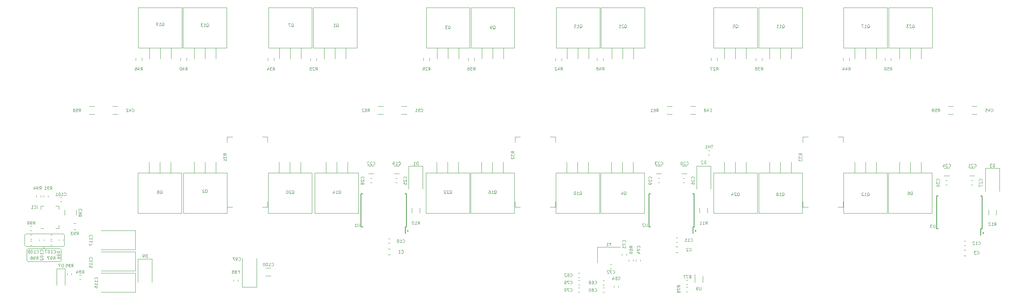
<source format=gbr>
G04 #@! TF.GenerationSoftware,KiCad,Pcbnew,(5.1.10)-1*
G04 #@! TF.CreationDate,2021-11-03T20:12:32-04:00*
G04 #@! TF.ProjectId,besc g2,62657363-2067-4322-9e6b-696361645f70,Init*
G04 #@! TF.SameCoordinates,Original*
G04 #@! TF.FileFunction,Legend,Bot*
G04 #@! TF.FilePolarity,Positive*
%FSLAX46Y46*%
G04 Gerber Fmt 4.6, Leading zero omitted, Abs format (unit mm)*
G04 Created by KiCad (PCBNEW (5.1.10)-1) date 2021-11-03 20:12:32*
%MOMM*%
%LPD*%
G01*
G04 APERTURE LIST*
%ADD10C,0.120000*%
%ADD11C,0.150000*%
G04 APERTURE END LIST*
D10*
X37050000Y-116900000D02*
X37050000Y-116400000D01*
X32800000Y-116400000D02*
X41550000Y-116400000D01*
X32550000Y-116150000D02*
X32800000Y-116400000D01*
X32550000Y-113650000D02*
X32550000Y-116150000D01*
X32800000Y-113400000D02*
X32550000Y-113650000D01*
X41550000Y-113400000D02*
X32800000Y-113400000D01*
X41800000Y-113650000D02*
X41550000Y-113400000D01*
X41800000Y-116150000D02*
X41800000Y-113650000D01*
X41550000Y-116400000D02*
X41800000Y-116150000D01*
X40800000Y-116900000D02*
X33300000Y-116900000D01*
X41050000Y-117150000D02*
X40800000Y-116900000D01*
X41050000Y-119650000D02*
X41050000Y-117150000D01*
X40800000Y-119900000D02*
X41050000Y-119650000D01*
X33300000Y-119900000D02*
X40800000Y-119900000D01*
X33050000Y-119650000D02*
X33300000Y-119900000D01*
X33050000Y-117150000D02*
X33050000Y-119650000D01*
X33300000Y-116900000D02*
X33050000Y-117150000D01*
X44016422Y-110990000D02*
X44533578Y-110990000D01*
X44016422Y-112410000D02*
X44533578Y-112410000D01*
X41940000Y-109052064D02*
X41940000Y-107847936D01*
X44660000Y-109052064D02*
X44660000Y-107847936D01*
X248962779Y-101910000D02*
X248637221Y-101910000D01*
X248962779Y-100890000D02*
X248637221Y-100890000D01*
X181462779Y-101410000D02*
X181137221Y-101410000D01*
X181462779Y-100390000D02*
X181137221Y-100390000D01*
X113962779Y-101410000D02*
X113637221Y-101410000D01*
X113962779Y-100390000D02*
X113637221Y-100390000D01*
X254962779Y-101910000D02*
X254637221Y-101910000D01*
X254962779Y-100890000D02*
X254637221Y-100890000D01*
X187312779Y-101410000D02*
X186987221Y-101410000D01*
X187312779Y-100390000D02*
X186987221Y-100390000D01*
X119862779Y-101410000D02*
X119537221Y-101410000D01*
X119862779Y-100390000D02*
X119537221Y-100390000D01*
X253308578Y-118610000D02*
X252791422Y-118610000D01*
X253308578Y-117190000D02*
X252791422Y-117190000D01*
X185808578Y-117860000D02*
X185291422Y-117860000D01*
X185808578Y-116440000D02*
X185291422Y-116440000D01*
X118308578Y-118360000D02*
X117791422Y-118360000D01*
X118308578Y-116940000D02*
X117791422Y-116940000D01*
X185712779Y-115410000D02*
X185387221Y-115410000D01*
X185712779Y-114390000D02*
X185387221Y-114390000D01*
X253212779Y-116160000D02*
X252887221Y-116160000D01*
X253212779Y-115140000D02*
X252887221Y-115140000D01*
X118212779Y-115660000D02*
X117887221Y-115660000D01*
X118212779Y-114640000D02*
X117887221Y-114640000D01*
X89550000Y-90650000D02*
X88300000Y-90650000D01*
X89550000Y-90650000D02*
X89550000Y-91900000D01*
X80050000Y-90650000D02*
X80050000Y-91900000D01*
X80050000Y-90650000D02*
X81300000Y-90650000D01*
X80050000Y-107150000D02*
X81300000Y-107150000D01*
X80050000Y-107150000D02*
X80050000Y-105900000D01*
X89550000Y-107150000D02*
X88300000Y-107150000D01*
X89550000Y-107150000D02*
X89550000Y-105900000D01*
X157050000Y-90650000D02*
X155800000Y-90650000D01*
X157050000Y-90650000D02*
X157050000Y-91900000D01*
X147550000Y-90650000D02*
X147550000Y-91900000D01*
X147550000Y-90650000D02*
X148800000Y-90650000D01*
X147550000Y-107150000D02*
X148800000Y-107150000D01*
X147550000Y-107150000D02*
X147550000Y-105900000D01*
X157050000Y-107150000D02*
X155800000Y-107150000D01*
X157050000Y-107150000D02*
X157050000Y-105900000D01*
X224550000Y-90650000D02*
X223300000Y-90650000D01*
X224550000Y-90650000D02*
X224550000Y-91900000D01*
X215050000Y-90650000D02*
X215050000Y-91900000D01*
X215050000Y-90650000D02*
X216300000Y-90650000D01*
X215050000Y-107150000D02*
X216300000Y-107150000D01*
X215050000Y-107150000D02*
X215050000Y-105900000D01*
X224550000Y-107150000D02*
X223300000Y-107150000D01*
X224550000Y-107150000D02*
X224550000Y-105900000D01*
X166900000Y-116550000D02*
X172200000Y-116550000D01*
X166900000Y-120250000D02*
X166900000Y-116550000D01*
X177880000Y-99090000D02*
X167640000Y-99090000D01*
X177880000Y-108580000D02*
X167640000Y-108580000D01*
X177880000Y-99090000D02*
X177880000Y-108580000D01*
X167640000Y-99090000D02*
X167640000Y-108580000D01*
X175300000Y-96550000D02*
X175300000Y-99090000D01*
X172760000Y-96550000D02*
X172760000Y-99090000D01*
X170220000Y-96550000D02*
X170220000Y-99090000D01*
X204380000Y-99090000D02*
X194140000Y-99090000D01*
X204380000Y-108580000D02*
X194140000Y-108580000D01*
X204380000Y-99090000D02*
X204380000Y-108580000D01*
X194140000Y-99090000D02*
X194140000Y-108580000D01*
X201800000Y-96550000D02*
X201800000Y-99090000D01*
X199260000Y-96550000D02*
X199260000Y-99090000D01*
X196720000Y-96550000D02*
X196720000Y-99090000D01*
X235220000Y-69710000D02*
X245460000Y-69710000D01*
X235220000Y-60220000D02*
X245460000Y-60220000D01*
X235220000Y-69710000D02*
X235220000Y-60220000D01*
X245460000Y-69710000D02*
X245460000Y-60220000D01*
X237800000Y-72250000D02*
X237800000Y-69710000D01*
X240340000Y-72250000D02*
X240340000Y-69710000D01*
X242880000Y-72250000D02*
X242880000Y-69710000D01*
X136880000Y-99090000D02*
X126640000Y-99090000D01*
X136880000Y-108580000D02*
X126640000Y-108580000D01*
X136880000Y-99090000D02*
X136880000Y-108580000D01*
X126640000Y-99090000D02*
X126640000Y-108580000D01*
X134300000Y-96550000D02*
X134300000Y-99090000D01*
X131760000Y-96550000D02*
X131760000Y-99090000D01*
X129220000Y-96550000D02*
X129220000Y-99090000D01*
X167720000Y-69710000D02*
X177960000Y-69710000D01*
X167720000Y-60220000D02*
X177960000Y-60220000D01*
X167720000Y-69710000D02*
X167720000Y-60220000D01*
X177960000Y-69710000D02*
X177960000Y-60220000D01*
X170300000Y-72250000D02*
X170300000Y-69710000D01*
X172840000Y-72250000D02*
X172840000Y-69710000D01*
X175380000Y-72250000D02*
X175380000Y-69710000D01*
X99880000Y-99090000D02*
X89640000Y-99090000D01*
X99880000Y-108580000D02*
X89640000Y-108580000D01*
X99880000Y-99090000D02*
X99880000Y-108580000D01*
X89640000Y-99090000D02*
X89640000Y-108580000D01*
X97300000Y-96550000D02*
X97300000Y-99090000D01*
X94760000Y-96550000D02*
X94760000Y-99090000D01*
X92220000Y-96550000D02*
X92220000Y-99090000D01*
X59220000Y-69710000D02*
X69460000Y-69710000D01*
X59220000Y-60220000D02*
X69460000Y-60220000D01*
X59220000Y-69710000D02*
X59220000Y-60220000D01*
X69460000Y-69710000D02*
X69460000Y-60220000D01*
X61800000Y-72250000D02*
X61800000Y-69710000D01*
X64340000Y-72250000D02*
X64340000Y-69710000D01*
X66880000Y-72250000D02*
X66880000Y-69710000D01*
X214960000Y-99090000D02*
X204720000Y-99090000D01*
X214960000Y-108580000D02*
X204720000Y-108580000D01*
X214960000Y-99090000D02*
X214960000Y-108580000D01*
X204720000Y-99090000D02*
X204720000Y-108580000D01*
X212380000Y-96550000D02*
X212380000Y-99090000D01*
X209840000Y-96550000D02*
X209840000Y-99090000D01*
X207300000Y-96550000D02*
X207300000Y-99090000D01*
X224640000Y-69710000D02*
X234880000Y-69710000D01*
X224640000Y-60220000D02*
X234880000Y-60220000D01*
X224640000Y-69710000D02*
X224640000Y-60220000D01*
X234880000Y-69710000D02*
X234880000Y-60220000D01*
X227220000Y-72250000D02*
X227220000Y-69710000D01*
X229760000Y-72250000D02*
X229760000Y-69710000D01*
X232300000Y-72250000D02*
X232300000Y-69710000D01*
X147380000Y-99090000D02*
X137140000Y-99090000D01*
X147380000Y-108580000D02*
X137140000Y-108580000D01*
X147380000Y-99090000D02*
X147380000Y-108580000D01*
X137140000Y-99090000D02*
X137140000Y-108580000D01*
X144800000Y-96550000D02*
X144800000Y-99090000D01*
X142260000Y-96550000D02*
X142260000Y-99090000D01*
X139720000Y-96550000D02*
X139720000Y-99090000D01*
X157220000Y-69710000D02*
X167460000Y-69710000D01*
X157220000Y-60220000D02*
X167460000Y-60220000D01*
X157220000Y-69710000D02*
X157220000Y-60220000D01*
X167460000Y-69710000D02*
X167460000Y-60220000D01*
X159800000Y-72250000D02*
X159800000Y-69710000D01*
X162340000Y-72250000D02*
X162340000Y-69710000D01*
X164880000Y-72250000D02*
X164880000Y-69710000D01*
X110880000Y-99090000D02*
X100640000Y-99090000D01*
X110880000Y-108580000D02*
X100640000Y-108580000D01*
X110880000Y-99090000D02*
X110880000Y-108580000D01*
X100640000Y-99090000D02*
X100640000Y-108580000D01*
X108300000Y-96550000D02*
X108300000Y-99090000D01*
X105760000Y-96550000D02*
X105760000Y-99090000D01*
X103220000Y-96550000D02*
X103220000Y-99090000D01*
X69720000Y-69710000D02*
X79960000Y-69710000D01*
X69720000Y-60220000D02*
X79960000Y-60220000D01*
X69720000Y-69710000D02*
X69720000Y-60220000D01*
X79960000Y-69710000D02*
X79960000Y-60220000D01*
X72300000Y-72250000D02*
X72300000Y-69710000D01*
X74840000Y-72250000D02*
X74840000Y-69710000D01*
X77380000Y-72250000D02*
X77380000Y-69710000D01*
X234880000Y-99090000D02*
X224640000Y-99090000D01*
X234880000Y-108580000D02*
X224640000Y-108580000D01*
X234880000Y-99090000D02*
X234880000Y-108580000D01*
X224640000Y-99090000D02*
X224640000Y-108580000D01*
X232300000Y-96550000D02*
X232300000Y-99090000D01*
X229760000Y-96550000D02*
X229760000Y-99090000D01*
X227220000Y-96550000D02*
X227220000Y-99090000D01*
X204720000Y-69710000D02*
X214960000Y-69710000D01*
X204720000Y-60220000D02*
X214960000Y-60220000D01*
X204720000Y-69710000D02*
X204720000Y-60220000D01*
X214960000Y-69710000D02*
X214960000Y-60220000D01*
X207300000Y-72250000D02*
X207300000Y-69710000D01*
X209840000Y-72250000D02*
X209840000Y-69710000D01*
X212380000Y-72250000D02*
X212380000Y-69710000D01*
X167380000Y-99090000D02*
X157140000Y-99090000D01*
X167380000Y-108580000D02*
X157140000Y-108580000D01*
X167380000Y-99090000D02*
X167380000Y-108580000D01*
X157140000Y-99090000D02*
X157140000Y-108580000D01*
X164800000Y-96550000D02*
X164800000Y-99090000D01*
X162260000Y-96550000D02*
X162260000Y-99090000D01*
X159720000Y-96550000D02*
X159720000Y-99090000D01*
X137220000Y-69710000D02*
X147460000Y-69710000D01*
X137220000Y-60220000D02*
X147460000Y-60220000D01*
X137220000Y-69710000D02*
X137220000Y-60220000D01*
X147460000Y-69710000D02*
X147460000Y-60220000D01*
X139800000Y-72250000D02*
X139800000Y-69710000D01*
X142340000Y-72250000D02*
X142340000Y-69710000D01*
X144880000Y-72250000D02*
X144880000Y-69710000D01*
X69380000Y-99090000D02*
X59140000Y-99090000D01*
X69380000Y-108580000D02*
X59140000Y-108580000D01*
X69380000Y-99090000D02*
X69380000Y-108580000D01*
X59140000Y-99090000D02*
X59140000Y-108580000D01*
X66800000Y-96550000D02*
X66800000Y-99090000D01*
X64260000Y-96550000D02*
X64260000Y-99090000D01*
X61720000Y-96550000D02*
X61720000Y-99090000D01*
X89720000Y-69710000D02*
X99960000Y-69710000D01*
X89720000Y-60220000D02*
X99960000Y-60220000D01*
X89720000Y-69710000D02*
X89720000Y-60220000D01*
X99960000Y-69710000D02*
X99960000Y-60220000D01*
X92300000Y-72250000D02*
X92300000Y-69710000D01*
X94840000Y-72250000D02*
X94840000Y-69710000D01*
X97380000Y-72250000D02*
X97380000Y-69710000D01*
X245380000Y-99090000D02*
X235140000Y-99090000D01*
X245380000Y-108580000D02*
X235140000Y-108580000D01*
X245380000Y-99090000D02*
X245380000Y-108580000D01*
X235140000Y-99090000D02*
X235140000Y-108580000D01*
X242800000Y-96550000D02*
X242800000Y-99090000D01*
X240260000Y-96550000D02*
X240260000Y-99090000D01*
X237720000Y-96550000D02*
X237720000Y-99090000D01*
X194140000Y-69710000D02*
X204380000Y-69710000D01*
X194140000Y-60220000D02*
X204380000Y-60220000D01*
X194140000Y-69710000D02*
X194140000Y-60220000D01*
X204380000Y-69710000D02*
X204380000Y-60220000D01*
X196720000Y-72250000D02*
X196720000Y-69710000D01*
X199260000Y-72250000D02*
X199260000Y-69710000D01*
X201800000Y-72250000D02*
X201800000Y-69710000D01*
X126720000Y-69710000D02*
X136960000Y-69710000D01*
X126720000Y-60220000D02*
X136960000Y-60220000D01*
X126720000Y-69710000D02*
X126720000Y-60220000D01*
X136960000Y-69710000D02*
X136960000Y-60220000D01*
X129300000Y-72250000D02*
X129300000Y-69710000D01*
X131840000Y-72250000D02*
X131840000Y-69710000D01*
X134380000Y-72250000D02*
X134380000Y-69710000D01*
X79990000Y-99090000D02*
X69750000Y-99090000D01*
X79990000Y-108580000D02*
X69750000Y-108580000D01*
X79990000Y-99090000D02*
X79990000Y-108580000D01*
X69750000Y-99090000D02*
X69750000Y-108580000D01*
X77410000Y-96550000D02*
X77410000Y-99090000D01*
X74870000Y-96550000D02*
X74870000Y-99090000D01*
X72330000Y-96550000D02*
X72330000Y-99090000D01*
X100250000Y-69710000D02*
X110490000Y-69710000D01*
X100250000Y-60220000D02*
X110490000Y-60220000D01*
X100250000Y-69710000D02*
X100250000Y-60220000D01*
X110490000Y-69710000D02*
X110490000Y-60220000D01*
X102830000Y-72250000D02*
X102830000Y-69710000D01*
X105370000Y-72250000D02*
X105370000Y-69710000D01*
X107910000Y-72250000D02*
X107910000Y-69710000D01*
X191577000Y-123290000D02*
X191577000Y-124890000D01*
X189777000Y-124890000D02*
X189777000Y-122990000D01*
X193212779Y-94910000D02*
X192887221Y-94910000D01*
X193212779Y-93890000D02*
X192887221Y-93890000D01*
X40050000Y-121650000D02*
X40050000Y-125550000D01*
X42050000Y-121650000D02*
X42050000Y-125550000D01*
X40050000Y-121650000D02*
X42050000Y-121650000D01*
X89072936Y-121490000D02*
X90277064Y-121490000D01*
X89072936Y-123310000D02*
X90277064Y-123310000D01*
X59150000Y-119350000D02*
X59150000Y-124750000D01*
X62450000Y-119350000D02*
X62450000Y-124750000D01*
X59150000Y-119350000D02*
X62450000Y-119350000D01*
X257900000Y-98000000D02*
X257900000Y-103400000D01*
X261200000Y-98000000D02*
X261200000Y-103400000D01*
X257900000Y-98000000D02*
X261200000Y-98000000D01*
X190150000Y-97500000D02*
X190150000Y-102900000D01*
X193450000Y-97500000D02*
X193450000Y-102900000D01*
X190150000Y-97500000D02*
X193450000Y-97500000D01*
X122650000Y-97500000D02*
X122650000Y-102900000D01*
X125950000Y-97500000D02*
X125950000Y-102900000D01*
X122650000Y-97500000D02*
X125950000Y-97500000D01*
X257420000Y-113310000D02*
X257410000Y-113240000D01*
X257430000Y-113260000D02*
G75*
G03*
X257430000Y-113260000I-10000J0D01*
G01*
X257506023Y-113260000D02*
G75*
G03*
X257506023Y-113260000I-86023J0D01*
G01*
X257581245Y-113260000D02*
G75*
G03*
X257581245Y-113260000I-161245J0D01*
G01*
D11*
X256850000Y-112275000D02*
X256850000Y-113800000D01*
X246475000Y-112275000D02*
X246475000Y-104525000D01*
X257125000Y-112275000D02*
X257125000Y-104525000D01*
X246475000Y-112275000D02*
X246830000Y-112275000D01*
X246475000Y-104525000D02*
X246830000Y-104525000D01*
X257125000Y-104525000D02*
X256770000Y-104525000D01*
X257125000Y-112275000D02*
X256850000Y-112275000D01*
D10*
X189920000Y-112810000D02*
X189910000Y-112740000D01*
X189930000Y-112760000D02*
G75*
G03*
X189930000Y-112760000I-10000J0D01*
G01*
X190006023Y-112760000D02*
G75*
G03*
X190006023Y-112760000I-86023J0D01*
G01*
X190081245Y-112760000D02*
G75*
G03*
X190081245Y-112760000I-161245J0D01*
G01*
D11*
X189350000Y-111775000D02*
X189350000Y-113300000D01*
X178975000Y-111775000D02*
X178975000Y-104025000D01*
X189625000Y-111775000D02*
X189625000Y-104025000D01*
X178975000Y-111775000D02*
X179330000Y-111775000D01*
X178975000Y-104025000D02*
X179330000Y-104025000D01*
X189625000Y-104025000D02*
X189270000Y-104025000D01*
X189625000Y-111775000D02*
X189350000Y-111775000D01*
D10*
X122420000Y-112810000D02*
X122410000Y-112740000D01*
X122430000Y-112760000D02*
G75*
G03*
X122430000Y-112760000I-10000J0D01*
G01*
X122506023Y-112760000D02*
G75*
G03*
X122506023Y-112760000I-86023J0D01*
G01*
X122581245Y-112760000D02*
G75*
G03*
X122581245Y-112760000I-161245J0D01*
G01*
D11*
X121850000Y-111775000D02*
X121850000Y-113300000D01*
X111475000Y-111775000D02*
X111475000Y-104025000D01*
X122125000Y-111775000D02*
X122125000Y-104025000D01*
X111475000Y-111775000D02*
X111830000Y-111775000D01*
X111475000Y-104025000D02*
X111830000Y-104025000D01*
X122125000Y-104025000D02*
X121770000Y-104025000D01*
X122125000Y-111775000D02*
X121850000Y-111775000D01*
D10*
X38962779Y-116160000D02*
X38637221Y-116160000D01*
X38962779Y-115140000D02*
X38637221Y-115140000D01*
X41560000Y-114737221D02*
X41560000Y-115062779D01*
X40540000Y-114737221D02*
X40540000Y-115062779D01*
X38962779Y-114660000D02*
X38637221Y-114660000D01*
X38962779Y-113640000D02*
X38637221Y-113640000D01*
X115447936Y-83490000D02*
X116652064Y-83490000D01*
X115447936Y-85310000D02*
X116652064Y-85310000D01*
X183197936Y-83490000D02*
X184402064Y-83490000D01*
X183197936Y-85310000D02*
X184402064Y-85310000D01*
X249197936Y-83490000D02*
X250402064Y-83490000D01*
X249197936Y-85310000D02*
X250402064Y-85310000D01*
X47697936Y-83490000D02*
X48902064Y-83490000D01*
X47697936Y-85310000D02*
X48902064Y-85310000D01*
X34212779Y-112660000D02*
X33887221Y-112660000D01*
X34212779Y-111640000D02*
X33887221Y-111640000D01*
X33887221Y-115140000D02*
X34212779Y-115140000D01*
X33887221Y-116160000D02*
X34212779Y-116160000D01*
X35290000Y-104812779D02*
X35290000Y-104487221D01*
X36310000Y-104812779D02*
X36310000Y-104487221D01*
X37040000Y-104812779D02*
X37040000Y-104487221D01*
X38060000Y-104812779D02*
X38060000Y-104487221D01*
X37035000Y-112150000D02*
X36310000Y-112150000D01*
X40530000Y-106930000D02*
X40530000Y-107655000D01*
X39805000Y-106930000D02*
X40530000Y-106930000D01*
X36310000Y-106930000D02*
X36310000Y-107655000D01*
X37035000Y-106930000D02*
X36310000Y-106930000D01*
X40530000Y-112150000D02*
X40530000Y-111425000D01*
X39805000Y-112150000D02*
X40530000Y-112150000D01*
X58560000Y-117160000D02*
X50500000Y-117160000D01*
X58560000Y-112640000D02*
X58560000Y-117160000D01*
X50500000Y-112640000D02*
X58560000Y-112640000D01*
X58560000Y-127160000D02*
X50500000Y-127160000D01*
X58560000Y-122640000D02*
X58560000Y-127160000D01*
X50500000Y-122640000D02*
X58560000Y-122640000D01*
X58560000Y-122160000D02*
X50500000Y-122160000D01*
X58560000Y-117640000D02*
X58560000Y-122160000D01*
X50500000Y-117640000D02*
X58560000Y-117640000D01*
X33887221Y-113640000D02*
X34212779Y-113640000D01*
X33887221Y-114660000D02*
X34212779Y-114660000D01*
X37060000Y-114737221D02*
X37060000Y-115062779D01*
X36040000Y-114737221D02*
X36040000Y-115062779D01*
X40887221Y-104890000D02*
X41212779Y-104890000D01*
X40887221Y-105910000D02*
X41212779Y-105910000D01*
X42540000Y-123062779D02*
X42540000Y-122737221D01*
X43560000Y-123062779D02*
X43560000Y-122737221D01*
X45712779Y-124160000D02*
X45387221Y-124160000D01*
X45712779Y-123140000D02*
X45387221Y-123140000D01*
X260460000Y-107797936D02*
X260460000Y-109002064D01*
X258640000Y-107797936D02*
X258640000Y-109002064D01*
X192710000Y-107297936D02*
X192710000Y-108502064D01*
X190890000Y-107297936D02*
X190890000Y-108502064D01*
X249402064Y-99810000D02*
X248197936Y-99810000D01*
X249402064Y-97990000D02*
X248197936Y-97990000D01*
X181902064Y-99310000D02*
X180697936Y-99310000D01*
X181902064Y-97490000D02*
X180697936Y-97490000D01*
X255402064Y-99810000D02*
X254197936Y-99810000D01*
X255402064Y-97990000D02*
X254197936Y-97990000D01*
X187902064Y-99310000D02*
X186697936Y-99310000D01*
X187902064Y-97490000D02*
X186697936Y-97490000D01*
X120402064Y-99310000D02*
X119197936Y-99310000D01*
X120402064Y-97490000D02*
X119197936Y-97490000D01*
X114402064Y-99310000D02*
X113197936Y-99310000D01*
X114402064Y-97490000D02*
X113197936Y-97490000D01*
X54402064Y-85310000D02*
X53197936Y-85310000D01*
X54402064Y-83490000D02*
X53197936Y-83490000D01*
X255902064Y-85310000D02*
X254697936Y-85310000D01*
X255902064Y-83490000D02*
X254697936Y-83490000D01*
X189902064Y-85310000D02*
X188697936Y-85310000D01*
X189902064Y-83490000D02*
X188697936Y-83490000D01*
X162387221Y-122640000D02*
X162712779Y-122640000D01*
X162387221Y-123660000D02*
X162712779Y-123660000D01*
X171830000Y-125727221D02*
X171830000Y-126052779D01*
X170810000Y-125727221D02*
X170810000Y-126052779D01*
X168462779Y-125410000D02*
X168137221Y-125410000D01*
X168462779Y-124390000D02*
X168137221Y-124390000D01*
X162387221Y-126140000D02*
X162712779Y-126140000D01*
X162387221Y-127160000D02*
X162712779Y-127160000D01*
X170212779Y-121660000D02*
X169887221Y-121660000D01*
X170212779Y-120640000D02*
X169887221Y-120640000D01*
X172690000Y-118462779D02*
X172690000Y-118137221D01*
X173710000Y-118462779D02*
X173710000Y-118137221D01*
X175920000Y-119812779D02*
X175920000Y-119487221D01*
X176940000Y-119812779D02*
X176940000Y-119487221D01*
X162387221Y-124390000D02*
X162712779Y-124390000D01*
X162387221Y-125410000D02*
X162712779Y-125410000D01*
X168462779Y-127160000D02*
X168137221Y-127160000D01*
X168462779Y-126140000D02*
X168137221Y-126140000D01*
X81540000Y-124562779D02*
X81540000Y-124237221D01*
X82560000Y-124562779D02*
X82560000Y-124237221D01*
X125210000Y-107297936D02*
X125210000Y-108502064D01*
X123390000Y-107297936D02*
X123390000Y-108502064D01*
X101010000Y-72203922D02*
X101010000Y-72721078D01*
X99590000Y-72203922D02*
X99590000Y-72721078D01*
X127510000Y-72141422D02*
X127510000Y-72658578D01*
X126090000Y-72141422D02*
X126090000Y-72658578D01*
X195010000Y-72141422D02*
X195010000Y-72658578D01*
X193590000Y-72141422D02*
X193590000Y-72658578D01*
X91010000Y-72141422D02*
X91010000Y-72658578D01*
X89590000Y-72141422D02*
X89590000Y-72658578D01*
X138010000Y-72141422D02*
X138010000Y-72658578D01*
X136590000Y-72141422D02*
X136590000Y-72658578D01*
X205510000Y-72203922D02*
X205510000Y-72721078D01*
X204090000Y-72203922D02*
X204090000Y-72721078D01*
X70510000Y-72141422D02*
X70510000Y-72658578D01*
X69090000Y-72141422D02*
X69090000Y-72658578D01*
X158510000Y-72203922D02*
X158510000Y-72721078D01*
X157090000Y-72203922D02*
X157090000Y-72721078D01*
X226010000Y-72141422D02*
X226010000Y-72658578D01*
X224590000Y-72141422D02*
X224590000Y-72658578D01*
X60010000Y-72141422D02*
X60010000Y-72658578D01*
X58590000Y-72141422D02*
X58590000Y-72658578D01*
X168260000Y-72203922D02*
X168260000Y-72721078D01*
X166840000Y-72203922D02*
X166840000Y-72721078D01*
X235760000Y-72203922D02*
X235760000Y-72721078D01*
X234340000Y-72203922D02*
X234340000Y-72721078D01*
X174290000Y-119812779D02*
X174290000Y-119487221D01*
X175310000Y-119812779D02*
X175310000Y-119487221D01*
X188045779Y-125362000D02*
X187720221Y-125362000D01*
X188045779Y-124342000D02*
X187720221Y-124342000D01*
X188045779Y-127013000D02*
X187720221Y-127013000D01*
X188045779Y-125993000D02*
X187720221Y-125993000D01*
X122152064Y-85310000D02*
X120947936Y-85310000D01*
X122152064Y-83490000D02*
X120947936Y-83490000D01*
X83590000Y-125910000D02*
X83590000Y-119150000D01*
X87010000Y-125910000D02*
X83590000Y-125910000D01*
X87010000Y-119150000D02*
X87010000Y-125910000D01*
X44725000Y-113666666D02*
X44958333Y-113333333D01*
X45125000Y-113666666D02*
X45125000Y-112966666D01*
X44858333Y-112966666D01*
X44791666Y-113000000D01*
X44758333Y-113033333D01*
X44725000Y-113100000D01*
X44725000Y-113200000D01*
X44758333Y-113266666D01*
X44791666Y-113300000D01*
X44858333Y-113333333D01*
X45125000Y-113333333D01*
X44391666Y-113666666D02*
X44258333Y-113666666D01*
X44191666Y-113633333D01*
X44158333Y-113600000D01*
X44091666Y-113500000D01*
X44058333Y-113366666D01*
X44058333Y-113100000D01*
X44091666Y-113033333D01*
X44125000Y-113000000D01*
X44191666Y-112966666D01*
X44325000Y-112966666D01*
X44391666Y-113000000D01*
X44425000Y-113033333D01*
X44458333Y-113100000D01*
X44458333Y-113266666D01*
X44425000Y-113333333D01*
X44391666Y-113366666D01*
X44325000Y-113400000D01*
X44191666Y-113400000D01*
X44125000Y-113366666D01*
X44091666Y-113333333D01*
X44058333Y-113266666D01*
X43825000Y-112966666D02*
X43391666Y-112966666D01*
X43625000Y-113233333D01*
X43525000Y-113233333D01*
X43458333Y-113266666D01*
X43425000Y-113300000D01*
X43391666Y-113366666D01*
X43391666Y-113533333D01*
X43425000Y-113600000D01*
X43458333Y-113633333D01*
X43525000Y-113666666D01*
X43725000Y-113666666D01*
X43791666Y-113633333D01*
X43825000Y-113600000D01*
X45830000Y-108000000D02*
X45863333Y-107966666D01*
X45896666Y-107866666D01*
X45896666Y-107800000D01*
X45863333Y-107700000D01*
X45796666Y-107633333D01*
X45730000Y-107600000D01*
X45596666Y-107566666D01*
X45496666Y-107566666D01*
X45363333Y-107600000D01*
X45296666Y-107633333D01*
X45230000Y-107700000D01*
X45196666Y-107800000D01*
X45196666Y-107866666D01*
X45230000Y-107966666D01*
X45263333Y-108000000D01*
X45896666Y-108333333D02*
X45896666Y-108466666D01*
X45863333Y-108533333D01*
X45830000Y-108566666D01*
X45730000Y-108633333D01*
X45596666Y-108666666D01*
X45330000Y-108666666D01*
X45263333Y-108633333D01*
X45230000Y-108600000D01*
X45196666Y-108533333D01*
X45196666Y-108400000D01*
X45230000Y-108333333D01*
X45263333Y-108300000D01*
X45330000Y-108266666D01*
X45496666Y-108266666D01*
X45563333Y-108300000D01*
X45596666Y-108333333D01*
X45630000Y-108400000D01*
X45630000Y-108533333D01*
X45596666Y-108600000D01*
X45563333Y-108633333D01*
X45496666Y-108666666D01*
X45496666Y-109066666D02*
X45463333Y-109000000D01*
X45430000Y-108966666D01*
X45363333Y-108933333D01*
X45330000Y-108933333D01*
X45263333Y-108966666D01*
X45230000Y-109000000D01*
X45196666Y-109066666D01*
X45196666Y-109200000D01*
X45230000Y-109266666D01*
X45263333Y-109300000D01*
X45330000Y-109333333D01*
X45363333Y-109333333D01*
X45430000Y-109300000D01*
X45463333Y-109266666D01*
X45496666Y-109200000D01*
X45496666Y-109066666D01*
X45530000Y-109000000D01*
X45563333Y-108966666D01*
X45630000Y-108933333D01*
X45763333Y-108933333D01*
X45830000Y-108966666D01*
X45863333Y-109000000D01*
X45896666Y-109066666D01*
X45896666Y-109200000D01*
X45863333Y-109266666D01*
X45830000Y-109300000D01*
X45763333Y-109333333D01*
X45630000Y-109333333D01*
X45563333Y-109300000D01*
X45530000Y-109266666D01*
X45496666Y-109200000D01*
X247050000Y-100950000D02*
X247083333Y-100916666D01*
X247116666Y-100816666D01*
X247116666Y-100750000D01*
X247083333Y-100650000D01*
X247016666Y-100583333D01*
X246950000Y-100550000D01*
X246816666Y-100516666D01*
X246716666Y-100516666D01*
X246583333Y-100550000D01*
X246516666Y-100583333D01*
X246450000Y-100650000D01*
X246416666Y-100750000D01*
X246416666Y-100816666D01*
X246450000Y-100916666D01*
X246483333Y-100950000D01*
X246416666Y-101183333D02*
X246416666Y-101616666D01*
X246683333Y-101383333D01*
X246683333Y-101483333D01*
X246716666Y-101550000D01*
X246750000Y-101583333D01*
X246816666Y-101616666D01*
X246983333Y-101616666D01*
X247050000Y-101583333D01*
X247083333Y-101550000D01*
X247116666Y-101483333D01*
X247116666Y-101283333D01*
X247083333Y-101216666D01*
X247050000Y-101183333D01*
X246416666Y-102050000D02*
X246416666Y-102116666D01*
X246450000Y-102183333D01*
X246483333Y-102216666D01*
X246550000Y-102250000D01*
X246683333Y-102283333D01*
X246850000Y-102283333D01*
X246983333Y-102250000D01*
X247050000Y-102216666D01*
X247083333Y-102183333D01*
X247116666Y-102116666D01*
X247116666Y-102050000D01*
X247083333Y-101983333D01*
X247050000Y-101950000D01*
X246983333Y-101916666D01*
X246850000Y-101883333D01*
X246683333Y-101883333D01*
X246550000Y-101916666D01*
X246483333Y-101950000D01*
X246450000Y-101983333D01*
X246416666Y-102050000D01*
X179550000Y-100450000D02*
X179583333Y-100416666D01*
X179616666Y-100316666D01*
X179616666Y-100250000D01*
X179583333Y-100150000D01*
X179516666Y-100083333D01*
X179450000Y-100050000D01*
X179316666Y-100016666D01*
X179216666Y-100016666D01*
X179083333Y-100050000D01*
X179016666Y-100083333D01*
X178950000Y-100150000D01*
X178916666Y-100250000D01*
X178916666Y-100316666D01*
X178950000Y-100416666D01*
X178983333Y-100450000D01*
X178983333Y-100716666D02*
X178950000Y-100750000D01*
X178916666Y-100816666D01*
X178916666Y-100983333D01*
X178950000Y-101050000D01*
X178983333Y-101083333D01*
X179050000Y-101116666D01*
X179116666Y-101116666D01*
X179216666Y-101083333D01*
X179616666Y-100683333D01*
X179616666Y-101116666D01*
X179616666Y-101450000D02*
X179616666Y-101583333D01*
X179583333Y-101650000D01*
X179550000Y-101683333D01*
X179450000Y-101750000D01*
X179316666Y-101783333D01*
X179050000Y-101783333D01*
X178983333Y-101750000D01*
X178950000Y-101716666D01*
X178916666Y-101650000D01*
X178916666Y-101516666D01*
X178950000Y-101450000D01*
X178983333Y-101416666D01*
X179050000Y-101383333D01*
X179216666Y-101383333D01*
X179283333Y-101416666D01*
X179316666Y-101450000D01*
X179350000Y-101516666D01*
X179350000Y-101650000D01*
X179316666Y-101716666D01*
X179283333Y-101750000D01*
X179216666Y-101783333D01*
X112050000Y-100450000D02*
X112083333Y-100416666D01*
X112116666Y-100316666D01*
X112116666Y-100250000D01*
X112083333Y-100150000D01*
X112016666Y-100083333D01*
X111950000Y-100050000D01*
X111816666Y-100016666D01*
X111716666Y-100016666D01*
X111583333Y-100050000D01*
X111516666Y-100083333D01*
X111450000Y-100150000D01*
X111416666Y-100250000D01*
X111416666Y-100316666D01*
X111450000Y-100416666D01*
X111483333Y-100450000D01*
X111483333Y-100716666D02*
X111450000Y-100750000D01*
X111416666Y-100816666D01*
X111416666Y-100983333D01*
X111450000Y-101050000D01*
X111483333Y-101083333D01*
X111550000Y-101116666D01*
X111616666Y-101116666D01*
X111716666Y-101083333D01*
X112116666Y-100683333D01*
X112116666Y-101116666D01*
X111716666Y-101516666D02*
X111683333Y-101450000D01*
X111650000Y-101416666D01*
X111583333Y-101383333D01*
X111550000Y-101383333D01*
X111483333Y-101416666D01*
X111450000Y-101450000D01*
X111416666Y-101516666D01*
X111416666Y-101650000D01*
X111450000Y-101716666D01*
X111483333Y-101750000D01*
X111550000Y-101783333D01*
X111583333Y-101783333D01*
X111650000Y-101750000D01*
X111683333Y-101716666D01*
X111716666Y-101650000D01*
X111716666Y-101516666D01*
X111750000Y-101450000D01*
X111783333Y-101416666D01*
X111850000Y-101383333D01*
X111983333Y-101383333D01*
X112050000Y-101416666D01*
X112083333Y-101450000D01*
X112116666Y-101516666D01*
X112116666Y-101650000D01*
X112083333Y-101716666D01*
X112050000Y-101750000D01*
X111983333Y-101783333D01*
X111850000Y-101783333D01*
X111783333Y-101750000D01*
X111750000Y-101716666D01*
X111716666Y-101650000D01*
X257050000Y-100950000D02*
X257083333Y-100916666D01*
X257116666Y-100816666D01*
X257116666Y-100750000D01*
X257083333Y-100650000D01*
X257016666Y-100583333D01*
X256950000Y-100550000D01*
X256816666Y-100516666D01*
X256716666Y-100516666D01*
X256583333Y-100550000D01*
X256516666Y-100583333D01*
X256450000Y-100650000D01*
X256416666Y-100750000D01*
X256416666Y-100816666D01*
X256450000Y-100916666D01*
X256483333Y-100950000D01*
X256483333Y-101216666D02*
X256450000Y-101250000D01*
X256416666Y-101316666D01*
X256416666Y-101483333D01*
X256450000Y-101550000D01*
X256483333Y-101583333D01*
X256550000Y-101616666D01*
X256616666Y-101616666D01*
X256716666Y-101583333D01*
X257116666Y-101183333D01*
X257116666Y-101616666D01*
X256416666Y-101850000D02*
X256416666Y-102316666D01*
X257116666Y-102016666D01*
X189550000Y-100450000D02*
X189583333Y-100416666D01*
X189616666Y-100316666D01*
X189616666Y-100250000D01*
X189583333Y-100150000D01*
X189516666Y-100083333D01*
X189450000Y-100050000D01*
X189316666Y-100016666D01*
X189216666Y-100016666D01*
X189083333Y-100050000D01*
X189016666Y-100083333D01*
X188950000Y-100150000D01*
X188916666Y-100250000D01*
X188916666Y-100316666D01*
X188950000Y-100416666D01*
X188983333Y-100450000D01*
X188983333Y-100716666D02*
X188950000Y-100750000D01*
X188916666Y-100816666D01*
X188916666Y-100983333D01*
X188950000Y-101050000D01*
X188983333Y-101083333D01*
X189050000Y-101116666D01*
X189116666Y-101116666D01*
X189216666Y-101083333D01*
X189616666Y-100683333D01*
X189616666Y-101116666D01*
X188916666Y-101716666D02*
X188916666Y-101583333D01*
X188950000Y-101516666D01*
X188983333Y-101483333D01*
X189083333Y-101416666D01*
X189216666Y-101383333D01*
X189483333Y-101383333D01*
X189550000Y-101416666D01*
X189583333Y-101450000D01*
X189616666Y-101516666D01*
X189616666Y-101650000D01*
X189583333Y-101716666D01*
X189550000Y-101750000D01*
X189483333Y-101783333D01*
X189316666Y-101783333D01*
X189250000Y-101750000D01*
X189216666Y-101716666D01*
X189183333Y-101650000D01*
X189183333Y-101516666D01*
X189216666Y-101450000D01*
X189250000Y-101416666D01*
X189316666Y-101383333D01*
X122050000Y-100450000D02*
X122083333Y-100416666D01*
X122116666Y-100316666D01*
X122116666Y-100250000D01*
X122083333Y-100150000D01*
X122016666Y-100083333D01*
X121950000Y-100050000D01*
X121816666Y-100016666D01*
X121716666Y-100016666D01*
X121583333Y-100050000D01*
X121516666Y-100083333D01*
X121450000Y-100150000D01*
X121416666Y-100250000D01*
X121416666Y-100316666D01*
X121450000Y-100416666D01*
X121483333Y-100450000D01*
X121483333Y-100716666D02*
X121450000Y-100750000D01*
X121416666Y-100816666D01*
X121416666Y-100983333D01*
X121450000Y-101050000D01*
X121483333Y-101083333D01*
X121550000Y-101116666D01*
X121616666Y-101116666D01*
X121716666Y-101083333D01*
X122116666Y-100683333D01*
X122116666Y-101116666D01*
X121416666Y-101750000D02*
X121416666Y-101416666D01*
X121750000Y-101383333D01*
X121716666Y-101416666D01*
X121683333Y-101483333D01*
X121683333Y-101650000D01*
X121716666Y-101716666D01*
X121750000Y-101750000D01*
X121816666Y-101783333D01*
X121983333Y-101783333D01*
X122050000Y-101750000D01*
X122083333Y-101716666D01*
X122116666Y-101650000D01*
X122116666Y-101483333D01*
X122083333Y-101416666D01*
X122050000Y-101383333D01*
X255916666Y-118150000D02*
X255950000Y-118183333D01*
X256050000Y-118216666D01*
X256116666Y-118216666D01*
X256216666Y-118183333D01*
X256283333Y-118116666D01*
X256316666Y-118050000D01*
X256350000Y-117916666D01*
X256350000Y-117816666D01*
X256316666Y-117683333D01*
X256283333Y-117616666D01*
X256216666Y-117550000D01*
X256116666Y-117516666D01*
X256050000Y-117516666D01*
X255950000Y-117550000D01*
X255916666Y-117583333D01*
X255683333Y-117516666D02*
X255250000Y-117516666D01*
X255483333Y-117783333D01*
X255383333Y-117783333D01*
X255316666Y-117816666D01*
X255283333Y-117850000D01*
X255250000Y-117916666D01*
X255250000Y-118083333D01*
X255283333Y-118150000D01*
X255316666Y-118183333D01*
X255383333Y-118216666D01*
X255583333Y-118216666D01*
X255650000Y-118183333D01*
X255683333Y-118150000D01*
X188416666Y-117400000D02*
X188450000Y-117433333D01*
X188550000Y-117466666D01*
X188616666Y-117466666D01*
X188716666Y-117433333D01*
X188783333Y-117366666D01*
X188816666Y-117300000D01*
X188850000Y-117166666D01*
X188850000Y-117066666D01*
X188816666Y-116933333D01*
X188783333Y-116866666D01*
X188716666Y-116800000D01*
X188616666Y-116766666D01*
X188550000Y-116766666D01*
X188450000Y-116800000D01*
X188416666Y-116833333D01*
X188150000Y-116833333D02*
X188116666Y-116800000D01*
X188050000Y-116766666D01*
X187883333Y-116766666D01*
X187816666Y-116800000D01*
X187783333Y-116833333D01*
X187750000Y-116900000D01*
X187750000Y-116966666D01*
X187783333Y-117066666D01*
X188183333Y-117466666D01*
X187750000Y-117466666D01*
X120916666Y-117900000D02*
X120950000Y-117933333D01*
X121050000Y-117966666D01*
X121116666Y-117966666D01*
X121216666Y-117933333D01*
X121283333Y-117866666D01*
X121316666Y-117800000D01*
X121350000Y-117666666D01*
X121350000Y-117566666D01*
X121316666Y-117433333D01*
X121283333Y-117366666D01*
X121216666Y-117300000D01*
X121116666Y-117266666D01*
X121050000Y-117266666D01*
X120950000Y-117300000D01*
X120916666Y-117333333D01*
X120250000Y-117966666D02*
X120650000Y-117966666D01*
X120450000Y-117966666D02*
X120450000Y-117266666D01*
X120516666Y-117366666D01*
X120583333Y-117433333D01*
X120650000Y-117466666D01*
X188750000Y-115150000D02*
X188783333Y-115183333D01*
X188883333Y-115216666D01*
X188950000Y-115216666D01*
X189050000Y-115183333D01*
X189116666Y-115116666D01*
X189150000Y-115050000D01*
X189183333Y-114916666D01*
X189183333Y-114816666D01*
X189150000Y-114683333D01*
X189116666Y-114616666D01*
X189050000Y-114550000D01*
X188950000Y-114516666D01*
X188883333Y-114516666D01*
X188783333Y-114550000D01*
X188750000Y-114583333D01*
X188083333Y-115216666D02*
X188483333Y-115216666D01*
X188283333Y-115216666D02*
X188283333Y-114516666D01*
X188350000Y-114616666D01*
X188416666Y-114683333D01*
X188483333Y-114716666D01*
X187416666Y-115216666D02*
X187816666Y-115216666D01*
X187616666Y-115216666D02*
X187616666Y-114516666D01*
X187683333Y-114616666D01*
X187750000Y-114683333D01*
X187816666Y-114716666D01*
X256250000Y-115900000D02*
X256283333Y-115933333D01*
X256383333Y-115966666D01*
X256450000Y-115966666D01*
X256550000Y-115933333D01*
X256616666Y-115866666D01*
X256650000Y-115800000D01*
X256683333Y-115666666D01*
X256683333Y-115566666D01*
X256650000Y-115433333D01*
X256616666Y-115366666D01*
X256550000Y-115300000D01*
X256450000Y-115266666D01*
X256383333Y-115266666D01*
X256283333Y-115300000D01*
X256250000Y-115333333D01*
X255583333Y-115966666D02*
X255983333Y-115966666D01*
X255783333Y-115966666D02*
X255783333Y-115266666D01*
X255850000Y-115366666D01*
X255916666Y-115433333D01*
X255983333Y-115466666D01*
X255316666Y-115333333D02*
X255283333Y-115300000D01*
X255216666Y-115266666D01*
X255050000Y-115266666D01*
X254983333Y-115300000D01*
X254950000Y-115333333D01*
X254916666Y-115400000D01*
X254916666Y-115466666D01*
X254950000Y-115566666D01*
X255350000Y-115966666D01*
X254916666Y-115966666D01*
X121250000Y-115400000D02*
X121283333Y-115433333D01*
X121383333Y-115466666D01*
X121450000Y-115466666D01*
X121550000Y-115433333D01*
X121616666Y-115366666D01*
X121650000Y-115300000D01*
X121683333Y-115166666D01*
X121683333Y-115066666D01*
X121650000Y-114933333D01*
X121616666Y-114866666D01*
X121550000Y-114800000D01*
X121450000Y-114766666D01*
X121383333Y-114766666D01*
X121283333Y-114800000D01*
X121250000Y-114833333D01*
X120583333Y-115466666D02*
X120983333Y-115466666D01*
X120783333Y-115466666D02*
X120783333Y-114766666D01*
X120850000Y-114866666D01*
X120916666Y-114933333D01*
X120983333Y-114966666D01*
X120150000Y-114766666D02*
X120083333Y-114766666D01*
X120016666Y-114800000D01*
X119983333Y-114833333D01*
X119950000Y-114900000D01*
X119916666Y-115033333D01*
X119916666Y-115200000D01*
X119950000Y-115333333D01*
X119983333Y-115400000D01*
X120016666Y-115433333D01*
X120083333Y-115466666D01*
X120150000Y-115466666D01*
X120216666Y-115433333D01*
X120250000Y-115400000D01*
X120283333Y-115333333D01*
X120316666Y-115200000D01*
X120316666Y-115033333D01*
X120283333Y-114900000D01*
X120250000Y-114833333D01*
X120216666Y-114800000D01*
X120150000Y-114766666D01*
X79866666Y-94950000D02*
X79533333Y-94716666D01*
X79866666Y-94550000D02*
X79166666Y-94550000D01*
X79166666Y-94816666D01*
X79200000Y-94883333D01*
X79233333Y-94916666D01*
X79300000Y-94950000D01*
X79400000Y-94950000D01*
X79466666Y-94916666D01*
X79500000Y-94883333D01*
X79533333Y-94816666D01*
X79533333Y-94550000D01*
X79166666Y-95183333D02*
X79166666Y-95616666D01*
X79433333Y-95383333D01*
X79433333Y-95483333D01*
X79466666Y-95550000D01*
X79500000Y-95583333D01*
X79566666Y-95616666D01*
X79733333Y-95616666D01*
X79800000Y-95583333D01*
X79833333Y-95550000D01*
X79866666Y-95483333D01*
X79866666Y-95283333D01*
X79833333Y-95216666D01*
X79800000Y-95183333D01*
X79866666Y-96283333D02*
X79866666Y-95883333D01*
X79866666Y-96083333D02*
X79166666Y-96083333D01*
X79266666Y-96016666D01*
X79333333Y-95950000D01*
X79366666Y-95883333D01*
X147366666Y-94450000D02*
X147033333Y-94216666D01*
X147366666Y-94050000D02*
X146666666Y-94050000D01*
X146666666Y-94316666D01*
X146700000Y-94383333D01*
X146733333Y-94416666D01*
X146800000Y-94450000D01*
X146900000Y-94450000D01*
X146966666Y-94416666D01*
X147000000Y-94383333D01*
X147033333Y-94316666D01*
X147033333Y-94050000D01*
X146666666Y-94683333D02*
X146666666Y-95116666D01*
X146933333Y-94883333D01*
X146933333Y-94983333D01*
X146966666Y-95050000D01*
X147000000Y-95083333D01*
X147066666Y-95116666D01*
X147233333Y-95116666D01*
X147300000Y-95083333D01*
X147333333Y-95050000D01*
X147366666Y-94983333D01*
X147366666Y-94783333D01*
X147333333Y-94716666D01*
X147300000Y-94683333D01*
X146733333Y-95383333D02*
X146700000Y-95416666D01*
X146666666Y-95483333D01*
X146666666Y-95650000D01*
X146700000Y-95716666D01*
X146733333Y-95750000D01*
X146800000Y-95783333D01*
X146866666Y-95783333D01*
X146966666Y-95750000D01*
X147366666Y-95350000D01*
X147366666Y-95783333D01*
X214866666Y-94950000D02*
X214533333Y-94716666D01*
X214866666Y-94550000D02*
X214166666Y-94550000D01*
X214166666Y-94816666D01*
X214200000Y-94883333D01*
X214233333Y-94916666D01*
X214300000Y-94950000D01*
X214400000Y-94950000D01*
X214466666Y-94916666D01*
X214500000Y-94883333D01*
X214533333Y-94816666D01*
X214533333Y-94550000D01*
X214166666Y-95183333D02*
X214166666Y-95616666D01*
X214433333Y-95383333D01*
X214433333Y-95483333D01*
X214466666Y-95550000D01*
X214500000Y-95583333D01*
X214566666Y-95616666D01*
X214733333Y-95616666D01*
X214800000Y-95583333D01*
X214833333Y-95550000D01*
X214866666Y-95483333D01*
X214866666Y-95283333D01*
X214833333Y-95216666D01*
X214800000Y-95183333D01*
X214166666Y-95850000D02*
X214166666Y-96283333D01*
X214433333Y-96050000D01*
X214433333Y-96150000D01*
X214466666Y-96216666D01*
X214500000Y-96250000D01*
X214566666Y-96283333D01*
X214733333Y-96283333D01*
X214800000Y-96250000D01*
X214833333Y-96216666D01*
X214866666Y-96150000D01*
X214866666Y-95950000D01*
X214833333Y-95883333D01*
X214800000Y-95850000D01*
X169883333Y-115883333D02*
X169883333Y-116216666D01*
X170116666Y-115516666D02*
X169883333Y-115883333D01*
X169650000Y-115516666D01*
X169050000Y-116216666D02*
X169450000Y-116216666D01*
X169250000Y-116216666D02*
X169250000Y-115516666D01*
X169316666Y-115616666D01*
X169383333Y-115683333D01*
X169450000Y-115716666D01*
X173116666Y-104283333D02*
X173183333Y-104250000D01*
X173250000Y-104183333D01*
X173350000Y-104083333D01*
X173416666Y-104050000D01*
X173483333Y-104050000D01*
X173450000Y-104216666D02*
X173516666Y-104183333D01*
X173583333Y-104116666D01*
X173616666Y-103983333D01*
X173616666Y-103750000D01*
X173583333Y-103616666D01*
X173516666Y-103550000D01*
X173450000Y-103516666D01*
X173316666Y-103516666D01*
X173250000Y-103550000D01*
X173183333Y-103616666D01*
X173150000Y-103750000D01*
X173150000Y-103983333D01*
X173183333Y-104116666D01*
X173250000Y-104183333D01*
X173316666Y-104216666D01*
X173450000Y-104216666D01*
X172550000Y-103750000D02*
X172550000Y-104216666D01*
X172716666Y-103483333D02*
X172883333Y-103983333D01*
X172450000Y-103983333D01*
X199660000Y-104533333D02*
X199726666Y-104500000D01*
X199793333Y-104433333D01*
X199893333Y-104333333D01*
X199960000Y-104300000D01*
X200026666Y-104300000D01*
X199993333Y-104466666D02*
X200060000Y-104433333D01*
X200126666Y-104366666D01*
X200160000Y-104233333D01*
X200160000Y-104000000D01*
X200126666Y-103866666D01*
X200060000Y-103800000D01*
X199993333Y-103766666D01*
X199860000Y-103766666D01*
X199793333Y-103800000D01*
X199726666Y-103866666D01*
X199693333Y-104000000D01*
X199693333Y-104233333D01*
X199726666Y-104366666D01*
X199793333Y-104433333D01*
X199860000Y-104466666D01*
X199993333Y-104466666D01*
X199426666Y-103833333D02*
X199393333Y-103800000D01*
X199326666Y-103766666D01*
X199160000Y-103766666D01*
X199093333Y-103800000D01*
X199060000Y-103833333D01*
X199026666Y-103900000D01*
X199026666Y-103966666D01*
X199060000Y-104066666D01*
X199460000Y-104466666D01*
X199026666Y-104466666D01*
X198426666Y-104000000D02*
X198426666Y-104466666D01*
X198593333Y-103733333D02*
X198760000Y-104233333D01*
X198326666Y-104233333D01*
X240740000Y-65033333D02*
X240806666Y-65000000D01*
X240873333Y-64933333D01*
X240973333Y-64833333D01*
X241040000Y-64800000D01*
X241106666Y-64800000D01*
X241073333Y-64966666D02*
X241140000Y-64933333D01*
X241206666Y-64866666D01*
X241240000Y-64733333D01*
X241240000Y-64500000D01*
X241206666Y-64366666D01*
X241140000Y-64300000D01*
X241073333Y-64266666D01*
X240940000Y-64266666D01*
X240873333Y-64300000D01*
X240806666Y-64366666D01*
X240773333Y-64500000D01*
X240773333Y-64733333D01*
X240806666Y-64866666D01*
X240873333Y-64933333D01*
X240940000Y-64966666D01*
X241073333Y-64966666D01*
X240506666Y-64333333D02*
X240473333Y-64300000D01*
X240406666Y-64266666D01*
X240240000Y-64266666D01*
X240173333Y-64300000D01*
X240140000Y-64333333D01*
X240106666Y-64400000D01*
X240106666Y-64466666D01*
X240140000Y-64566666D01*
X240540000Y-64966666D01*
X240106666Y-64966666D01*
X239873333Y-64266666D02*
X239440000Y-64266666D01*
X239673333Y-64533333D01*
X239573333Y-64533333D01*
X239506666Y-64566666D01*
X239473333Y-64600000D01*
X239440000Y-64666666D01*
X239440000Y-64833333D01*
X239473333Y-64900000D01*
X239506666Y-64933333D01*
X239573333Y-64966666D01*
X239773333Y-64966666D01*
X239840000Y-64933333D01*
X239873333Y-64900000D01*
X132200000Y-104033333D02*
X132266666Y-104000000D01*
X132333333Y-103933333D01*
X132433333Y-103833333D01*
X132500000Y-103800000D01*
X132566666Y-103800000D01*
X132533333Y-103966666D02*
X132600000Y-103933333D01*
X132666666Y-103866666D01*
X132700000Y-103733333D01*
X132700000Y-103500000D01*
X132666666Y-103366666D01*
X132600000Y-103300000D01*
X132533333Y-103266666D01*
X132400000Y-103266666D01*
X132333333Y-103300000D01*
X132266666Y-103366666D01*
X132233333Y-103500000D01*
X132233333Y-103733333D01*
X132266666Y-103866666D01*
X132333333Y-103933333D01*
X132400000Y-103966666D01*
X132533333Y-103966666D01*
X131966666Y-103333333D02*
X131933333Y-103300000D01*
X131866666Y-103266666D01*
X131700000Y-103266666D01*
X131633333Y-103300000D01*
X131600000Y-103333333D01*
X131566666Y-103400000D01*
X131566666Y-103466666D01*
X131600000Y-103566666D01*
X132000000Y-103966666D01*
X131566666Y-103966666D01*
X131300000Y-103333333D02*
X131266666Y-103300000D01*
X131200000Y-103266666D01*
X131033333Y-103266666D01*
X130966666Y-103300000D01*
X130933333Y-103333333D01*
X130900000Y-103400000D01*
X130900000Y-103466666D01*
X130933333Y-103566666D01*
X131333333Y-103966666D01*
X130900000Y-103966666D01*
X173240000Y-65033333D02*
X173306666Y-65000000D01*
X173373333Y-64933333D01*
X173473333Y-64833333D01*
X173540000Y-64800000D01*
X173606666Y-64800000D01*
X173573333Y-64966666D02*
X173640000Y-64933333D01*
X173706666Y-64866666D01*
X173740000Y-64733333D01*
X173740000Y-64500000D01*
X173706666Y-64366666D01*
X173640000Y-64300000D01*
X173573333Y-64266666D01*
X173440000Y-64266666D01*
X173373333Y-64300000D01*
X173306666Y-64366666D01*
X173273333Y-64500000D01*
X173273333Y-64733333D01*
X173306666Y-64866666D01*
X173373333Y-64933333D01*
X173440000Y-64966666D01*
X173573333Y-64966666D01*
X173006666Y-64333333D02*
X172973333Y-64300000D01*
X172906666Y-64266666D01*
X172740000Y-64266666D01*
X172673333Y-64300000D01*
X172640000Y-64333333D01*
X172606666Y-64400000D01*
X172606666Y-64466666D01*
X172640000Y-64566666D01*
X173040000Y-64966666D01*
X172606666Y-64966666D01*
X171940000Y-64966666D02*
X172340000Y-64966666D01*
X172140000Y-64966666D02*
X172140000Y-64266666D01*
X172206666Y-64366666D01*
X172273333Y-64433333D01*
X172340000Y-64466666D01*
X95200000Y-104033333D02*
X95266666Y-104000000D01*
X95333333Y-103933333D01*
X95433333Y-103833333D01*
X95500000Y-103800000D01*
X95566666Y-103800000D01*
X95533333Y-103966666D02*
X95600000Y-103933333D01*
X95666666Y-103866666D01*
X95700000Y-103733333D01*
X95700000Y-103500000D01*
X95666666Y-103366666D01*
X95600000Y-103300000D01*
X95533333Y-103266666D01*
X95400000Y-103266666D01*
X95333333Y-103300000D01*
X95266666Y-103366666D01*
X95233333Y-103500000D01*
X95233333Y-103733333D01*
X95266666Y-103866666D01*
X95333333Y-103933333D01*
X95400000Y-103966666D01*
X95533333Y-103966666D01*
X94966666Y-103333333D02*
X94933333Y-103300000D01*
X94866666Y-103266666D01*
X94700000Y-103266666D01*
X94633333Y-103300000D01*
X94600000Y-103333333D01*
X94566666Y-103400000D01*
X94566666Y-103466666D01*
X94600000Y-103566666D01*
X95000000Y-103966666D01*
X94566666Y-103966666D01*
X94133333Y-103266666D02*
X94066666Y-103266666D01*
X94000000Y-103300000D01*
X93966666Y-103333333D01*
X93933333Y-103400000D01*
X93900000Y-103533333D01*
X93900000Y-103700000D01*
X93933333Y-103833333D01*
X93966666Y-103900000D01*
X94000000Y-103933333D01*
X94066666Y-103966666D01*
X94133333Y-103966666D01*
X94200000Y-103933333D01*
X94233333Y-103900000D01*
X94266666Y-103833333D01*
X94300000Y-103700000D01*
X94300000Y-103533333D01*
X94266666Y-103400000D01*
X94233333Y-103333333D01*
X94200000Y-103300000D01*
X94133333Y-103266666D01*
X64700000Y-64533333D02*
X64766666Y-64500000D01*
X64833333Y-64433333D01*
X64933333Y-64333333D01*
X65000000Y-64300000D01*
X65066666Y-64300000D01*
X65033333Y-64466666D02*
X65100000Y-64433333D01*
X65166666Y-64366666D01*
X65200000Y-64233333D01*
X65200000Y-64000000D01*
X65166666Y-63866666D01*
X65100000Y-63800000D01*
X65033333Y-63766666D01*
X64900000Y-63766666D01*
X64833333Y-63800000D01*
X64766666Y-63866666D01*
X64733333Y-64000000D01*
X64733333Y-64233333D01*
X64766666Y-64366666D01*
X64833333Y-64433333D01*
X64900000Y-64466666D01*
X65033333Y-64466666D01*
X64066666Y-64466666D02*
X64466666Y-64466666D01*
X64266666Y-64466666D02*
X64266666Y-63766666D01*
X64333333Y-63866666D01*
X64400000Y-63933333D01*
X64466666Y-63966666D01*
X63733333Y-64466666D02*
X63600000Y-64466666D01*
X63533333Y-64433333D01*
X63500000Y-64400000D01*
X63433333Y-64300000D01*
X63400000Y-64166666D01*
X63400000Y-63900000D01*
X63433333Y-63833333D01*
X63466666Y-63800000D01*
X63533333Y-63766666D01*
X63666666Y-63766666D01*
X63733333Y-63800000D01*
X63766666Y-63833333D01*
X63800000Y-63900000D01*
X63800000Y-64066666D01*
X63766666Y-64133333D01*
X63733333Y-64166666D01*
X63666666Y-64200000D01*
X63533333Y-64200000D01*
X63466666Y-64166666D01*
X63433333Y-64133333D01*
X63400000Y-64066666D01*
X210200000Y-104533333D02*
X210266666Y-104500000D01*
X210333333Y-104433333D01*
X210433333Y-104333333D01*
X210500000Y-104300000D01*
X210566666Y-104300000D01*
X210533333Y-104466666D02*
X210600000Y-104433333D01*
X210666666Y-104366666D01*
X210700000Y-104233333D01*
X210700000Y-104000000D01*
X210666666Y-103866666D01*
X210600000Y-103800000D01*
X210533333Y-103766666D01*
X210400000Y-103766666D01*
X210333333Y-103800000D01*
X210266666Y-103866666D01*
X210233333Y-104000000D01*
X210233333Y-104233333D01*
X210266666Y-104366666D01*
X210333333Y-104433333D01*
X210400000Y-104466666D01*
X210533333Y-104466666D01*
X209566666Y-104466666D02*
X209966666Y-104466666D01*
X209766666Y-104466666D02*
X209766666Y-103766666D01*
X209833333Y-103866666D01*
X209900000Y-103933333D01*
X209966666Y-103966666D01*
X209166666Y-104066666D02*
X209233333Y-104033333D01*
X209266666Y-104000000D01*
X209300000Y-103933333D01*
X209300000Y-103900000D01*
X209266666Y-103833333D01*
X209233333Y-103800000D01*
X209166666Y-103766666D01*
X209033333Y-103766666D01*
X208966666Y-103800000D01*
X208933333Y-103833333D01*
X208900000Y-103900000D01*
X208900000Y-103933333D01*
X208933333Y-104000000D01*
X208966666Y-104033333D01*
X209033333Y-104066666D01*
X209166666Y-104066666D01*
X209233333Y-104100000D01*
X209266666Y-104133333D01*
X209300000Y-104200000D01*
X209300000Y-104333333D01*
X209266666Y-104400000D01*
X209233333Y-104433333D01*
X209166666Y-104466666D01*
X209033333Y-104466666D01*
X208966666Y-104433333D01*
X208933333Y-104400000D01*
X208900000Y-104333333D01*
X208900000Y-104200000D01*
X208933333Y-104133333D01*
X208966666Y-104100000D01*
X209033333Y-104066666D01*
X230200000Y-65033333D02*
X230266666Y-65000000D01*
X230333333Y-64933333D01*
X230433333Y-64833333D01*
X230500000Y-64800000D01*
X230566666Y-64800000D01*
X230533333Y-64966666D02*
X230600000Y-64933333D01*
X230666666Y-64866666D01*
X230700000Y-64733333D01*
X230700000Y-64500000D01*
X230666666Y-64366666D01*
X230600000Y-64300000D01*
X230533333Y-64266666D01*
X230400000Y-64266666D01*
X230333333Y-64300000D01*
X230266666Y-64366666D01*
X230233333Y-64500000D01*
X230233333Y-64733333D01*
X230266666Y-64866666D01*
X230333333Y-64933333D01*
X230400000Y-64966666D01*
X230533333Y-64966666D01*
X229566666Y-64966666D02*
X229966666Y-64966666D01*
X229766666Y-64966666D02*
X229766666Y-64266666D01*
X229833333Y-64366666D01*
X229900000Y-64433333D01*
X229966666Y-64466666D01*
X229333333Y-64266666D02*
X228866666Y-64266666D01*
X229166666Y-64966666D01*
X142660000Y-104033333D02*
X142726666Y-104000000D01*
X142793333Y-103933333D01*
X142893333Y-103833333D01*
X142960000Y-103800000D01*
X143026666Y-103800000D01*
X142993333Y-103966666D02*
X143060000Y-103933333D01*
X143126666Y-103866666D01*
X143160000Y-103733333D01*
X143160000Y-103500000D01*
X143126666Y-103366666D01*
X143060000Y-103300000D01*
X142993333Y-103266666D01*
X142860000Y-103266666D01*
X142793333Y-103300000D01*
X142726666Y-103366666D01*
X142693333Y-103500000D01*
X142693333Y-103733333D01*
X142726666Y-103866666D01*
X142793333Y-103933333D01*
X142860000Y-103966666D01*
X142993333Y-103966666D01*
X142026666Y-103966666D02*
X142426666Y-103966666D01*
X142226666Y-103966666D02*
X142226666Y-103266666D01*
X142293333Y-103366666D01*
X142360000Y-103433333D01*
X142426666Y-103466666D01*
X141426666Y-103266666D02*
X141560000Y-103266666D01*
X141626666Y-103300000D01*
X141660000Y-103333333D01*
X141726666Y-103433333D01*
X141760000Y-103566666D01*
X141760000Y-103833333D01*
X141726666Y-103900000D01*
X141693333Y-103933333D01*
X141626666Y-103966666D01*
X141493333Y-103966666D01*
X141426666Y-103933333D01*
X141393333Y-103900000D01*
X141360000Y-103833333D01*
X141360000Y-103666666D01*
X141393333Y-103600000D01*
X141426666Y-103566666D01*
X141493333Y-103533333D01*
X141626666Y-103533333D01*
X141693333Y-103566666D01*
X141726666Y-103600000D01*
X141760000Y-103666666D01*
X162740000Y-65033333D02*
X162806666Y-65000000D01*
X162873333Y-64933333D01*
X162973333Y-64833333D01*
X163040000Y-64800000D01*
X163106666Y-64800000D01*
X163073333Y-64966666D02*
X163140000Y-64933333D01*
X163206666Y-64866666D01*
X163240000Y-64733333D01*
X163240000Y-64500000D01*
X163206666Y-64366666D01*
X163140000Y-64300000D01*
X163073333Y-64266666D01*
X162940000Y-64266666D01*
X162873333Y-64300000D01*
X162806666Y-64366666D01*
X162773333Y-64500000D01*
X162773333Y-64733333D01*
X162806666Y-64866666D01*
X162873333Y-64933333D01*
X162940000Y-64966666D01*
X163073333Y-64966666D01*
X162106666Y-64966666D02*
X162506666Y-64966666D01*
X162306666Y-64966666D02*
X162306666Y-64266666D01*
X162373333Y-64366666D01*
X162440000Y-64433333D01*
X162506666Y-64466666D01*
X161473333Y-64266666D02*
X161806666Y-64266666D01*
X161840000Y-64600000D01*
X161806666Y-64566666D01*
X161740000Y-64533333D01*
X161573333Y-64533333D01*
X161506666Y-64566666D01*
X161473333Y-64600000D01*
X161440000Y-64666666D01*
X161440000Y-64833333D01*
X161473333Y-64900000D01*
X161506666Y-64933333D01*
X161573333Y-64966666D01*
X161740000Y-64966666D01*
X161806666Y-64933333D01*
X161840000Y-64900000D01*
X106160000Y-104033333D02*
X106226666Y-104000000D01*
X106293333Y-103933333D01*
X106393333Y-103833333D01*
X106460000Y-103800000D01*
X106526666Y-103800000D01*
X106493333Y-103966666D02*
X106560000Y-103933333D01*
X106626666Y-103866666D01*
X106660000Y-103733333D01*
X106660000Y-103500000D01*
X106626666Y-103366666D01*
X106560000Y-103300000D01*
X106493333Y-103266666D01*
X106360000Y-103266666D01*
X106293333Y-103300000D01*
X106226666Y-103366666D01*
X106193333Y-103500000D01*
X106193333Y-103733333D01*
X106226666Y-103866666D01*
X106293333Y-103933333D01*
X106360000Y-103966666D01*
X106493333Y-103966666D01*
X105526666Y-103966666D02*
X105926666Y-103966666D01*
X105726666Y-103966666D02*
X105726666Y-103266666D01*
X105793333Y-103366666D01*
X105860000Y-103433333D01*
X105926666Y-103466666D01*
X104926666Y-103500000D02*
X104926666Y-103966666D01*
X105093333Y-103233333D02*
X105260000Y-103733333D01*
X104826666Y-103733333D01*
X75200000Y-64783333D02*
X75266666Y-64750000D01*
X75333333Y-64683333D01*
X75433333Y-64583333D01*
X75500000Y-64550000D01*
X75566666Y-64550000D01*
X75533333Y-64716666D02*
X75600000Y-64683333D01*
X75666666Y-64616666D01*
X75700000Y-64483333D01*
X75700000Y-64250000D01*
X75666666Y-64116666D01*
X75600000Y-64050000D01*
X75533333Y-64016666D01*
X75400000Y-64016666D01*
X75333333Y-64050000D01*
X75266666Y-64116666D01*
X75233333Y-64250000D01*
X75233333Y-64483333D01*
X75266666Y-64616666D01*
X75333333Y-64683333D01*
X75400000Y-64716666D01*
X75533333Y-64716666D01*
X74566666Y-64716666D02*
X74966666Y-64716666D01*
X74766666Y-64716666D02*
X74766666Y-64016666D01*
X74833333Y-64116666D01*
X74900000Y-64183333D01*
X74966666Y-64216666D01*
X74333333Y-64016666D02*
X73900000Y-64016666D01*
X74133333Y-64283333D01*
X74033333Y-64283333D01*
X73966666Y-64316666D01*
X73933333Y-64350000D01*
X73900000Y-64416666D01*
X73900000Y-64583333D01*
X73933333Y-64650000D01*
X73966666Y-64683333D01*
X74033333Y-64716666D01*
X74233333Y-64716666D01*
X74300000Y-64683333D01*
X74333333Y-64650000D01*
X230160000Y-104533333D02*
X230226666Y-104500000D01*
X230293333Y-104433333D01*
X230393333Y-104333333D01*
X230460000Y-104300000D01*
X230526666Y-104300000D01*
X230493333Y-104466666D02*
X230560000Y-104433333D01*
X230626666Y-104366666D01*
X230660000Y-104233333D01*
X230660000Y-104000000D01*
X230626666Y-103866666D01*
X230560000Y-103800000D01*
X230493333Y-103766666D01*
X230360000Y-103766666D01*
X230293333Y-103800000D01*
X230226666Y-103866666D01*
X230193333Y-104000000D01*
X230193333Y-104233333D01*
X230226666Y-104366666D01*
X230293333Y-104433333D01*
X230360000Y-104466666D01*
X230493333Y-104466666D01*
X229526666Y-104466666D02*
X229926666Y-104466666D01*
X229726666Y-104466666D02*
X229726666Y-103766666D01*
X229793333Y-103866666D01*
X229860000Y-103933333D01*
X229926666Y-103966666D01*
X229260000Y-103833333D02*
X229226666Y-103800000D01*
X229160000Y-103766666D01*
X228993333Y-103766666D01*
X228926666Y-103800000D01*
X228893333Y-103833333D01*
X228860000Y-103900000D01*
X228860000Y-103966666D01*
X228893333Y-104066666D01*
X229293333Y-104466666D01*
X228860000Y-104466666D01*
X210240000Y-65033333D02*
X210306666Y-65000000D01*
X210373333Y-64933333D01*
X210473333Y-64833333D01*
X210540000Y-64800000D01*
X210606666Y-64800000D01*
X210573333Y-64966666D02*
X210640000Y-64933333D01*
X210706666Y-64866666D01*
X210740000Y-64733333D01*
X210740000Y-64500000D01*
X210706666Y-64366666D01*
X210640000Y-64300000D01*
X210573333Y-64266666D01*
X210440000Y-64266666D01*
X210373333Y-64300000D01*
X210306666Y-64366666D01*
X210273333Y-64500000D01*
X210273333Y-64733333D01*
X210306666Y-64866666D01*
X210373333Y-64933333D01*
X210440000Y-64966666D01*
X210573333Y-64966666D01*
X209606666Y-64966666D02*
X210006666Y-64966666D01*
X209806666Y-64966666D02*
X209806666Y-64266666D01*
X209873333Y-64366666D01*
X209940000Y-64433333D01*
X210006666Y-64466666D01*
X208940000Y-64966666D02*
X209340000Y-64966666D01*
X209140000Y-64966666D02*
X209140000Y-64266666D01*
X209206666Y-64366666D01*
X209273333Y-64433333D01*
X209340000Y-64466666D01*
X162700000Y-104283333D02*
X162766666Y-104250000D01*
X162833333Y-104183333D01*
X162933333Y-104083333D01*
X163000000Y-104050000D01*
X163066666Y-104050000D01*
X163033333Y-104216666D02*
X163100000Y-104183333D01*
X163166666Y-104116666D01*
X163200000Y-103983333D01*
X163200000Y-103750000D01*
X163166666Y-103616666D01*
X163100000Y-103550000D01*
X163033333Y-103516666D01*
X162900000Y-103516666D01*
X162833333Y-103550000D01*
X162766666Y-103616666D01*
X162733333Y-103750000D01*
X162733333Y-103983333D01*
X162766666Y-104116666D01*
X162833333Y-104183333D01*
X162900000Y-104216666D01*
X163033333Y-104216666D01*
X162066666Y-104216666D02*
X162466666Y-104216666D01*
X162266666Y-104216666D02*
X162266666Y-103516666D01*
X162333333Y-103616666D01*
X162400000Y-103683333D01*
X162466666Y-103716666D01*
X161633333Y-103516666D02*
X161566666Y-103516666D01*
X161500000Y-103550000D01*
X161466666Y-103583333D01*
X161433333Y-103650000D01*
X161400000Y-103783333D01*
X161400000Y-103950000D01*
X161433333Y-104083333D01*
X161466666Y-104150000D01*
X161500000Y-104183333D01*
X161566666Y-104216666D01*
X161633333Y-104216666D01*
X161700000Y-104183333D01*
X161733333Y-104150000D01*
X161766666Y-104083333D01*
X161800000Y-103950000D01*
X161800000Y-103783333D01*
X161766666Y-103650000D01*
X161733333Y-103583333D01*
X161700000Y-103550000D01*
X161633333Y-103516666D01*
X142406666Y-65283333D02*
X142473333Y-65250000D01*
X142540000Y-65183333D01*
X142640000Y-65083333D01*
X142706666Y-65050000D01*
X142773333Y-65050000D01*
X142740000Y-65216666D02*
X142806666Y-65183333D01*
X142873333Y-65116666D01*
X142906666Y-64983333D01*
X142906666Y-64750000D01*
X142873333Y-64616666D01*
X142806666Y-64550000D01*
X142740000Y-64516666D01*
X142606666Y-64516666D01*
X142540000Y-64550000D01*
X142473333Y-64616666D01*
X142440000Y-64750000D01*
X142440000Y-64983333D01*
X142473333Y-65116666D01*
X142540000Y-65183333D01*
X142606666Y-65216666D01*
X142740000Y-65216666D01*
X142106666Y-65216666D02*
X141973333Y-65216666D01*
X141906666Y-65183333D01*
X141873333Y-65150000D01*
X141806666Y-65050000D01*
X141773333Y-64916666D01*
X141773333Y-64650000D01*
X141806666Y-64583333D01*
X141840000Y-64550000D01*
X141906666Y-64516666D01*
X142040000Y-64516666D01*
X142106666Y-64550000D01*
X142140000Y-64583333D01*
X142173333Y-64650000D01*
X142173333Y-64816666D01*
X142140000Y-64883333D01*
X142106666Y-64916666D01*
X142040000Y-64950000D01*
X141906666Y-64950000D01*
X141840000Y-64916666D01*
X141806666Y-64883333D01*
X141773333Y-64816666D01*
X64326666Y-104033333D02*
X64393333Y-104000000D01*
X64460000Y-103933333D01*
X64560000Y-103833333D01*
X64626666Y-103800000D01*
X64693333Y-103800000D01*
X64660000Y-103966666D02*
X64726666Y-103933333D01*
X64793333Y-103866666D01*
X64826666Y-103733333D01*
X64826666Y-103500000D01*
X64793333Y-103366666D01*
X64726666Y-103300000D01*
X64660000Y-103266666D01*
X64526666Y-103266666D01*
X64460000Y-103300000D01*
X64393333Y-103366666D01*
X64360000Y-103500000D01*
X64360000Y-103733333D01*
X64393333Y-103866666D01*
X64460000Y-103933333D01*
X64526666Y-103966666D01*
X64660000Y-103966666D01*
X63960000Y-103566666D02*
X64026666Y-103533333D01*
X64060000Y-103500000D01*
X64093333Y-103433333D01*
X64093333Y-103400000D01*
X64060000Y-103333333D01*
X64026666Y-103300000D01*
X63960000Y-103266666D01*
X63826666Y-103266666D01*
X63760000Y-103300000D01*
X63726666Y-103333333D01*
X63693333Y-103400000D01*
X63693333Y-103433333D01*
X63726666Y-103500000D01*
X63760000Y-103533333D01*
X63826666Y-103566666D01*
X63960000Y-103566666D01*
X64026666Y-103600000D01*
X64060000Y-103633333D01*
X64093333Y-103700000D01*
X64093333Y-103833333D01*
X64060000Y-103900000D01*
X64026666Y-103933333D01*
X63960000Y-103966666D01*
X63826666Y-103966666D01*
X63760000Y-103933333D01*
X63726666Y-103900000D01*
X63693333Y-103833333D01*
X63693333Y-103700000D01*
X63726666Y-103633333D01*
X63760000Y-103600000D01*
X63826666Y-103566666D01*
X95116666Y-64783333D02*
X95183333Y-64750000D01*
X95250000Y-64683333D01*
X95350000Y-64583333D01*
X95416666Y-64550000D01*
X95483333Y-64550000D01*
X95450000Y-64716666D02*
X95516666Y-64683333D01*
X95583333Y-64616666D01*
X95616666Y-64483333D01*
X95616666Y-64250000D01*
X95583333Y-64116666D01*
X95516666Y-64050000D01*
X95450000Y-64016666D01*
X95316666Y-64016666D01*
X95250000Y-64050000D01*
X95183333Y-64116666D01*
X95150000Y-64250000D01*
X95150000Y-64483333D01*
X95183333Y-64616666D01*
X95250000Y-64683333D01*
X95316666Y-64716666D01*
X95450000Y-64716666D01*
X94916666Y-64016666D02*
X94450000Y-64016666D01*
X94750000Y-64716666D01*
X240326666Y-104283333D02*
X240393333Y-104250000D01*
X240460000Y-104183333D01*
X240560000Y-104083333D01*
X240626666Y-104050000D01*
X240693333Y-104050000D01*
X240660000Y-104216666D02*
X240726666Y-104183333D01*
X240793333Y-104116666D01*
X240826666Y-103983333D01*
X240826666Y-103750000D01*
X240793333Y-103616666D01*
X240726666Y-103550000D01*
X240660000Y-103516666D01*
X240526666Y-103516666D01*
X240460000Y-103550000D01*
X240393333Y-103616666D01*
X240360000Y-103750000D01*
X240360000Y-103983333D01*
X240393333Y-104116666D01*
X240460000Y-104183333D01*
X240526666Y-104216666D01*
X240660000Y-104216666D01*
X239760000Y-103516666D02*
X239893333Y-103516666D01*
X239960000Y-103550000D01*
X239993333Y-103583333D01*
X240060000Y-103683333D01*
X240093333Y-103816666D01*
X240093333Y-104083333D01*
X240060000Y-104150000D01*
X240026666Y-104183333D01*
X239960000Y-104216666D01*
X239826666Y-104216666D01*
X239760000Y-104183333D01*
X239726666Y-104150000D01*
X239693333Y-104083333D01*
X239693333Y-103916666D01*
X239726666Y-103850000D01*
X239760000Y-103816666D01*
X239826666Y-103783333D01*
X239960000Y-103783333D01*
X240026666Y-103816666D01*
X240060000Y-103850000D01*
X240093333Y-103916666D01*
X199326666Y-65033333D02*
X199393333Y-65000000D01*
X199460000Y-64933333D01*
X199560000Y-64833333D01*
X199626666Y-64800000D01*
X199693333Y-64800000D01*
X199660000Y-64966666D02*
X199726666Y-64933333D01*
X199793333Y-64866666D01*
X199826666Y-64733333D01*
X199826666Y-64500000D01*
X199793333Y-64366666D01*
X199726666Y-64300000D01*
X199660000Y-64266666D01*
X199526666Y-64266666D01*
X199460000Y-64300000D01*
X199393333Y-64366666D01*
X199360000Y-64500000D01*
X199360000Y-64733333D01*
X199393333Y-64866666D01*
X199460000Y-64933333D01*
X199526666Y-64966666D01*
X199660000Y-64966666D01*
X198726666Y-64266666D02*
X199060000Y-64266666D01*
X199093333Y-64600000D01*
X199060000Y-64566666D01*
X198993333Y-64533333D01*
X198826666Y-64533333D01*
X198760000Y-64566666D01*
X198726666Y-64600000D01*
X198693333Y-64666666D01*
X198693333Y-64833333D01*
X198726666Y-64900000D01*
X198760000Y-64933333D01*
X198826666Y-64966666D01*
X198993333Y-64966666D01*
X199060000Y-64933333D01*
X199093333Y-64900000D01*
X131866666Y-65283333D02*
X131933333Y-65250000D01*
X132000000Y-65183333D01*
X132100000Y-65083333D01*
X132166666Y-65050000D01*
X132233333Y-65050000D01*
X132200000Y-65216666D02*
X132266666Y-65183333D01*
X132333333Y-65116666D01*
X132366666Y-64983333D01*
X132366666Y-64750000D01*
X132333333Y-64616666D01*
X132266666Y-64550000D01*
X132200000Y-64516666D01*
X132066666Y-64516666D01*
X132000000Y-64550000D01*
X131933333Y-64616666D01*
X131900000Y-64750000D01*
X131900000Y-64983333D01*
X131933333Y-65116666D01*
X132000000Y-65183333D01*
X132066666Y-65216666D01*
X132200000Y-65216666D01*
X131666666Y-64516666D02*
X131233333Y-64516666D01*
X131466666Y-64783333D01*
X131366666Y-64783333D01*
X131300000Y-64816666D01*
X131266666Y-64850000D01*
X131233333Y-64916666D01*
X131233333Y-65083333D01*
X131266666Y-65150000D01*
X131300000Y-65183333D01*
X131366666Y-65216666D01*
X131566666Y-65216666D01*
X131633333Y-65183333D01*
X131666666Y-65150000D01*
X74866666Y-103783333D02*
X74933333Y-103750000D01*
X75000000Y-103683333D01*
X75100000Y-103583333D01*
X75166666Y-103550000D01*
X75233333Y-103550000D01*
X75200000Y-103716666D02*
X75266666Y-103683333D01*
X75333333Y-103616666D01*
X75366666Y-103483333D01*
X75366666Y-103250000D01*
X75333333Y-103116666D01*
X75266666Y-103050000D01*
X75200000Y-103016666D01*
X75066666Y-103016666D01*
X75000000Y-103050000D01*
X74933333Y-103116666D01*
X74900000Y-103250000D01*
X74900000Y-103483333D01*
X74933333Y-103616666D01*
X75000000Y-103683333D01*
X75066666Y-103716666D01*
X75200000Y-103716666D01*
X74633333Y-103083333D02*
X74600000Y-103050000D01*
X74533333Y-103016666D01*
X74366666Y-103016666D01*
X74300000Y-103050000D01*
X74266666Y-103083333D01*
X74233333Y-103150000D01*
X74233333Y-103216666D01*
X74266666Y-103316666D01*
X74666666Y-103716666D01*
X74233333Y-103716666D01*
X105616666Y-64783333D02*
X105683333Y-64750000D01*
X105750000Y-64683333D01*
X105850000Y-64583333D01*
X105916666Y-64550000D01*
X105983333Y-64550000D01*
X105950000Y-64716666D02*
X106016666Y-64683333D01*
X106083333Y-64616666D01*
X106116666Y-64483333D01*
X106116666Y-64250000D01*
X106083333Y-64116666D01*
X106016666Y-64050000D01*
X105950000Y-64016666D01*
X105816666Y-64016666D01*
X105750000Y-64050000D01*
X105683333Y-64116666D01*
X105650000Y-64250000D01*
X105650000Y-64483333D01*
X105683333Y-64616666D01*
X105750000Y-64683333D01*
X105816666Y-64716666D01*
X105950000Y-64716666D01*
X104983333Y-64716666D02*
X105383333Y-64716666D01*
X105183333Y-64716666D02*
X105183333Y-64016666D01*
X105250000Y-64116666D01*
X105316666Y-64183333D01*
X105383333Y-64216666D01*
X191210333Y-125956666D02*
X191210333Y-126523333D01*
X191177000Y-126590000D01*
X191143666Y-126623333D01*
X191077000Y-126656666D01*
X190943666Y-126656666D01*
X190877000Y-126623333D01*
X190843666Y-126590000D01*
X190810333Y-126523333D01*
X190810333Y-125956666D01*
X190443666Y-126656666D02*
X190310333Y-126656666D01*
X190243666Y-126623333D01*
X190210333Y-126590000D01*
X190143666Y-126490000D01*
X190110333Y-126356666D01*
X190110333Y-126090000D01*
X190143666Y-126023333D01*
X190177000Y-125990000D01*
X190243666Y-125956666D01*
X190377000Y-125956666D01*
X190443666Y-125990000D01*
X190477000Y-126023333D01*
X190510333Y-126090000D01*
X190510333Y-126256666D01*
X190477000Y-126323333D01*
X190443666Y-126356666D01*
X190377000Y-126390000D01*
X190243666Y-126390000D01*
X190177000Y-126356666D01*
X190143666Y-126323333D01*
X190110333Y-126256666D01*
X193950000Y-92586666D02*
X193550000Y-92586666D01*
X193750000Y-93286666D02*
X193750000Y-92586666D01*
X193316666Y-93286666D02*
X193316666Y-92586666D01*
X193316666Y-92920000D02*
X192916666Y-92920000D01*
X192916666Y-93286666D02*
X192916666Y-92586666D01*
X192216666Y-93286666D02*
X192616666Y-93286666D01*
X192416666Y-93286666D02*
X192416666Y-92586666D01*
X192483333Y-92686666D01*
X192550000Y-92753333D01*
X192616666Y-92786666D01*
X41566666Y-121216666D02*
X41566666Y-120516666D01*
X41400000Y-120516666D01*
X41300000Y-120550000D01*
X41233333Y-120616666D01*
X41200000Y-120683333D01*
X41166666Y-120816666D01*
X41166666Y-120916666D01*
X41200000Y-121050000D01*
X41233333Y-121116666D01*
X41300000Y-121183333D01*
X41400000Y-121216666D01*
X41566666Y-121216666D01*
X40933333Y-120516666D02*
X40466666Y-120516666D01*
X40766666Y-121216666D01*
X90458333Y-120900000D02*
X90491666Y-120933333D01*
X90591666Y-120966666D01*
X90658333Y-120966666D01*
X90758333Y-120933333D01*
X90825000Y-120866666D01*
X90858333Y-120800000D01*
X90891666Y-120666666D01*
X90891666Y-120566666D01*
X90858333Y-120433333D01*
X90825000Y-120366666D01*
X90758333Y-120300000D01*
X90658333Y-120266666D01*
X90591666Y-120266666D01*
X90491666Y-120300000D01*
X90458333Y-120333333D01*
X89791666Y-120966666D02*
X90191666Y-120966666D01*
X89991666Y-120966666D02*
X89991666Y-120266666D01*
X90058333Y-120366666D01*
X90125000Y-120433333D01*
X90191666Y-120466666D01*
X89358333Y-120266666D02*
X89291666Y-120266666D01*
X89225000Y-120300000D01*
X89191666Y-120333333D01*
X89158333Y-120400000D01*
X89125000Y-120533333D01*
X89125000Y-120700000D01*
X89158333Y-120833333D01*
X89191666Y-120900000D01*
X89225000Y-120933333D01*
X89291666Y-120966666D01*
X89358333Y-120966666D01*
X89425000Y-120933333D01*
X89458333Y-120900000D01*
X89491666Y-120833333D01*
X89525000Y-120700000D01*
X89525000Y-120533333D01*
X89491666Y-120400000D01*
X89458333Y-120333333D01*
X89425000Y-120300000D01*
X89358333Y-120266666D01*
X88691666Y-120266666D02*
X88625000Y-120266666D01*
X88558333Y-120300000D01*
X88525000Y-120333333D01*
X88491666Y-120400000D01*
X88458333Y-120533333D01*
X88458333Y-120700000D01*
X88491666Y-120833333D01*
X88525000Y-120900000D01*
X88558333Y-120933333D01*
X88625000Y-120966666D01*
X88691666Y-120966666D01*
X88758333Y-120933333D01*
X88791666Y-120900000D01*
X88825000Y-120833333D01*
X88858333Y-120700000D01*
X88858333Y-120533333D01*
X88825000Y-120400000D01*
X88791666Y-120333333D01*
X88758333Y-120300000D01*
X88691666Y-120266666D01*
X61316666Y-118966666D02*
X61316666Y-118266666D01*
X61150000Y-118266666D01*
X61050000Y-118300000D01*
X60983333Y-118366666D01*
X60950000Y-118433333D01*
X60916666Y-118566666D01*
X60916666Y-118666666D01*
X60950000Y-118800000D01*
X60983333Y-118866666D01*
X61050000Y-118933333D01*
X61150000Y-118966666D01*
X61316666Y-118966666D01*
X60583333Y-118966666D02*
X60450000Y-118966666D01*
X60383333Y-118933333D01*
X60350000Y-118900000D01*
X60283333Y-118800000D01*
X60250000Y-118666666D01*
X60250000Y-118400000D01*
X60283333Y-118333333D01*
X60316666Y-118300000D01*
X60383333Y-118266666D01*
X60516666Y-118266666D01*
X60583333Y-118300000D01*
X60616666Y-118333333D01*
X60650000Y-118400000D01*
X60650000Y-118566666D01*
X60616666Y-118633333D01*
X60583333Y-118666666D01*
X60516666Y-118700000D01*
X60383333Y-118700000D01*
X60316666Y-118666666D01*
X60283333Y-118633333D01*
X60250000Y-118566666D01*
X260066666Y-97716666D02*
X260066666Y-97016666D01*
X259900000Y-97016666D01*
X259800000Y-97050000D01*
X259733333Y-97116666D01*
X259700000Y-97183333D01*
X259666666Y-97316666D01*
X259666666Y-97416666D01*
X259700000Y-97550000D01*
X259733333Y-97616666D01*
X259800000Y-97683333D01*
X259900000Y-97716666D01*
X260066666Y-97716666D01*
X259433333Y-97016666D02*
X259000000Y-97016666D01*
X259233333Y-97283333D01*
X259133333Y-97283333D01*
X259066666Y-97316666D01*
X259033333Y-97350000D01*
X259000000Y-97416666D01*
X259000000Y-97583333D01*
X259033333Y-97650000D01*
X259066666Y-97683333D01*
X259133333Y-97716666D01*
X259333333Y-97716666D01*
X259400000Y-97683333D01*
X259433333Y-97650000D01*
X192316666Y-96966666D02*
X192316666Y-96266666D01*
X192150000Y-96266666D01*
X192050000Y-96300000D01*
X191983333Y-96366666D01*
X191950000Y-96433333D01*
X191916666Y-96566666D01*
X191916666Y-96666666D01*
X191950000Y-96800000D01*
X191983333Y-96866666D01*
X192050000Y-96933333D01*
X192150000Y-96966666D01*
X192316666Y-96966666D01*
X191650000Y-96333333D02*
X191616666Y-96300000D01*
X191550000Y-96266666D01*
X191383333Y-96266666D01*
X191316666Y-96300000D01*
X191283333Y-96333333D01*
X191250000Y-96400000D01*
X191250000Y-96466666D01*
X191283333Y-96566666D01*
X191683333Y-96966666D01*
X191250000Y-96966666D01*
X124816666Y-97216666D02*
X124816666Y-96516666D01*
X124650000Y-96516666D01*
X124550000Y-96550000D01*
X124483333Y-96616666D01*
X124450000Y-96683333D01*
X124416666Y-96816666D01*
X124416666Y-96916666D01*
X124450000Y-97050000D01*
X124483333Y-97116666D01*
X124550000Y-97183333D01*
X124650000Y-97216666D01*
X124816666Y-97216666D01*
X123750000Y-97216666D02*
X124150000Y-97216666D01*
X123950000Y-97216666D02*
X123950000Y-96516666D01*
X124016666Y-96616666D01*
X124083333Y-96683333D01*
X124150000Y-96716666D01*
X246083333Y-111266666D02*
X246083333Y-111833333D01*
X246050000Y-111900000D01*
X246016666Y-111933333D01*
X245950000Y-111966666D01*
X245816666Y-111966666D01*
X245750000Y-111933333D01*
X245716666Y-111900000D01*
X245683333Y-111833333D01*
X245683333Y-111266666D01*
X245416666Y-111266666D02*
X244983333Y-111266666D01*
X245216666Y-111533333D01*
X245116666Y-111533333D01*
X245050000Y-111566666D01*
X245016666Y-111600000D01*
X244983333Y-111666666D01*
X244983333Y-111833333D01*
X245016666Y-111900000D01*
X245050000Y-111933333D01*
X245116666Y-111966666D01*
X245316666Y-111966666D01*
X245383333Y-111933333D01*
X245416666Y-111900000D01*
X178583333Y-111016666D02*
X178583333Y-111583333D01*
X178550000Y-111650000D01*
X178516666Y-111683333D01*
X178450000Y-111716666D01*
X178316666Y-111716666D01*
X178250000Y-111683333D01*
X178216666Y-111650000D01*
X178183333Y-111583333D01*
X178183333Y-111016666D01*
X177883333Y-111083333D02*
X177850000Y-111050000D01*
X177783333Y-111016666D01*
X177616666Y-111016666D01*
X177550000Y-111050000D01*
X177516666Y-111083333D01*
X177483333Y-111150000D01*
X177483333Y-111216666D01*
X177516666Y-111316666D01*
X177916666Y-111716666D01*
X177483333Y-111716666D01*
X111083333Y-111016666D02*
X111083333Y-111583333D01*
X111050000Y-111650000D01*
X111016666Y-111683333D01*
X110950000Y-111716666D01*
X110816666Y-111716666D01*
X110750000Y-111683333D01*
X110716666Y-111650000D01*
X110683333Y-111583333D01*
X110683333Y-111016666D01*
X109983333Y-111716666D02*
X110383333Y-111716666D01*
X110183333Y-111716666D02*
X110183333Y-111016666D01*
X110250000Y-111116666D01*
X110316666Y-111183333D01*
X110383333Y-111216666D01*
X39250000Y-119466666D02*
X39483333Y-119133333D01*
X39650000Y-119466666D02*
X39650000Y-118766666D01*
X39383333Y-118766666D01*
X39316666Y-118800000D01*
X39283333Y-118833333D01*
X39250000Y-118900000D01*
X39250000Y-119000000D01*
X39283333Y-119066666D01*
X39316666Y-119100000D01*
X39383333Y-119133333D01*
X39650000Y-119133333D01*
X38916666Y-119466666D02*
X38783333Y-119466666D01*
X38716666Y-119433333D01*
X38683333Y-119400000D01*
X38616666Y-119300000D01*
X38583333Y-119166666D01*
X38583333Y-118900000D01*
X38616666Y-118833333D01*
X38650000Y-118800000D01*
X38716666Y-118766666D01*
X38850000Y-118766666D01*
X38916666Y-118800000D01*
X38950000Y-118833333D01*
X38983333Y-118900000D01*
X38983333Y-119066666D01*
X38950000Y-119133333D01*
X38916666Y-119166666D01*
X38850000Y-119200000D01*
X38716666Y-119200000D01*
X38650000Y-119166666D01*
X38616666Y-119133333D01*
X38583333Y-119066666D01*
X38350000Y-118766666D02*
X37883333Y-118766666D01*
X38183333Y-119466666D01*
X40866666Y-117950000D02*
X40533333Y-117716666D01*
X40866666Y-117550000D02*
X40166666Y-117550000D01*
X40166666Y-117816666D01*
X40200000Y-117883333D01*
X40233333Y-117916666D01*
X40300000Y-117950000D01*
X40400000Y-117950000D01*
X40466666Y-117916666D01*
X40500000Y-117883333D01*
X40533333Y-117816666D01*
X40533333Y-117550000D01*
X40866666Y-118283333D02*
X40866666Y-118416666D01*
X40833333Y-118483333D01*
X40800000Y-118516666D01*
X40700000Y-118583333D01*
X40566666Y-118616666D01*
X40300000Y-118616666D01*
X40233333Y-118583333D01*
X40200000Y-118550000D01*
X40166666Y-118483333D01*
X40166666Y-118350000D01*
X40200000Y-118283333D01*
X40233333Y-118250000D01*
X40300000Y-118216666D01*
X40466666Y-118216666D01*
X40533333Y-118250000D01*
X40566666Y-118283333D01*
X40600000Y-118350000D01*
X40600000Y-118483333D01*
X40566666Y-118550000D01*
X40533333Y-118583333D01*
X40466666Y-118616666D01*
X40166666Y-119216666D02*
X40166666Y-119083333D01*
X40200000Y-119016666D01*
X40233333Y-118983333D01*
X40333333Y-118916666D01*
X40466666Y-118883333D01*
X40733333Y-118883333D01*
X40800000Y-118916666D01*
X40833333Y-118950000D01*
X40866666Y-119016666D01*
X40866666Y-119150000D01*
X40833333Y-119216666D01*
X40800000Y-119250000D01*
X40733333Y-119283333D01*
X40566666Y-119283333D01*
X40500000Y-119250000D01*
X40466666Y-119216666D01*
X40433333Y-119150000D01*
X40433333Y-119016666D01*
X40466666Y-118950000D01*
X40500000Y-118916666D01*
X40566666Y-118883333D01*
X39333333Y-117900000D02*
X39366666Y-117933333D01*
X39466666Y-117966666D01*
X39533333Y-117966666D01*
X39633333Y-117933333D01*
X39700000Y-117866666D01*
X39733333Y-117800000D01*
X39766666Y-117666666D01*
X39766666Y-117566666D01*
X39733333Y-117433333D01*
X39700000Y-117366666D01*
X39633333Y-117300000D01*
X39533333Y-117266666D01*
X39466666Y-117266666D01*
X39366666Y-117300000D01*
X39333333Y-117333333D01*
X38666666Y-117966666D02*
X39066666Y-117966666D01*
X38866666Y-117966666D02*
X38866666Y-117266666D01*
X38933333Y-117366666D01*
X39000000Y-117433333D01*
X39066666Y-117466666D01*
X38233333Y-117266666D02*
X38166666Y-117266666D01*
X38100000Y-117300000D01*
X38066666Y-117333333D01*
X38033333Y-117400000D01*
X38000000Y-117533333D01*
X38000000Y-117700000D01*
X38033333Y-117833333D01*
X38066666Y-117900000D01*
X38100000Y-117933333D01*
X38166666Y-117966666D01*
X38233333Y-117966666D01*
X38300000Y-117933333D01*
X38333333Y-117900000D01*
X38366666Y-117833333D01*
X38400000Y-117700000D01*
X38400000Y-117533333D01*
X38366666Y-117400000D01*
X38333333Y-117333333D01*
X38300000Y-117300000D01*
X38233333Y-117266666D01*
X37766666Y-117266666D02*
X37300000Y-117266666D01*
X37600000Y-117966666D01*
X113000000Y-84716666D02*
X113233333Y-84383333D01*
X113400000Y-84716666D02*
X113400000Y-84016666D01*
X113133333Y-84016666D01*
X113066666Y-84050000D01*
X113033333Y-84083333D01*
X113000000Y-84150000D01*
X113000000Y-84250000D01*
X113033333Y-84316666D01*
X113066666Y-84350000D01*
X113133333Y-84383333D01*
X113400000Y-84383333D01*
X112400000Y-84016666D02*
X112533333Y-84016666D01*
X112600000Y-84050000D01*
X112633333Y-84083333D01*
X112700000Y-84183333D01*
X112733333Y-84316666D01*
X112733333Y-84583333D01*
X112700000Y-84650000D01*
X112666666Y-84683333D01*
X112600000Y-84716666D01*
X112466666Y-84716666D01*
X112400000Y-84683333D01*
X112366666Y-84650000D01*
X112333333Y-84583333D01*
X112333333Y-84416666D01*
X112366666Y-84350000D01*
X112400000Y-84316666D01*
X112466666Y-84283333D01*
X112600000Y-84283333D01*
X112666666Y-84316666D01*
X112700000Y-84350000D01*
X112733333Y-84416666D01*
X112066666Y-84083333D02*
X112033333Y-84050000D01*
X111966666Y-84016666D01*
X111800000Y-84016666D01*
X111733333Y-84050000D01*
X111700000Y-84083333D01*
X111666666Y-84150000D01*
X111666666Y-84216666D01*
X111700000Y-84316666D01*
X112100000Y-84716666D01*
X111666666Y-84716666D01*
X180750000Y-84716666D02*
X180983333Y-84383333D01*
X181150000Y-84716666D02*
X181150000Y-84016666D01*
X180883333Y-84016666D01*
X180816666Y-84050000D01*
X180783333Y-84083333D01*
X180750000Y-84150000D01*
X180750000Y-84250000D01*
X180783333Y-84316666D01*
X180816666Y-84350000D01*
X180883333Y-84383333D01*
X181150000Y-84383333D01*
X180150000Y-84016666D02*
X180283333Y-84016666D01*
X180350000Y-84050000D01*
X180383333Y-84083333D01*
X180450000Y-84183333D01*
X180483333Y-84316666D01*
X180483333Y-84583333D01*
X180450000Y-84650000D01*
X180416666Y-84683333D01*
X180350000Y-84716666D01*
X180216666Y-84716666D01*
X180150000Y-84683333D01*
X180116666Y-84650000D01*
X180083333Y-84583333D01*
X180083333Y-84416666D01*
X180116666Y-84350000D01*
X180150000Y-84316666D01*
X180216666Y-84283333D01*
X180350000Y-84283333D01*
X180416666Y-84316666D01*
X180450000Y-84350000D01*
X180483333Y-84416666D01*
X179416666Y-84716666D02*
X179816666Y-84716666D01*
X179616666Y-84716666D02*
X179616666Y-84016666D01*
X179683333Y-84116666D01*
X179750000Y-84183333D01*
X179816666Y-84216666D01*
X246750000Y-84716666D02*
X246983333Y-84383333D01*
X247150000Y-84716666D02*
X247150000Y-84016666D01*
X246883333Y-84016666D01*
X246816666Y-84050000D01*
X246783333Y-84083333D01*
X246750000Y-84150000D01*
X246750000Y-84250000D01*
X246783333Y-84316666D01*
X246816666Y-84350000D01*
X246883333Y-84383333D01*
X247150000Y-84383333D01*
X246116666Y-84016666D02*
X246450000Y-84016666D01*
X246483333Y-84350000D01*
X246450000Y-84316666D01*
X246383333Y-84283333D01*
X246216666Y-84283333D01*
X246150000Y-84316666D01*
X246116666Y-84350000D01*
X246083333Y-84416666D01*
X246083333Y-84583333D01*
X246116666Y-84650000D01*
X246150000Y-84683333D01*
X246216666Y-84716666D01*
X246383333Y-84716666D01*
X246450000Y-84683333D01*
X246483333Y-84650000D01*
X245750000Y-84716666D02*
X245616666Y-84716666D01*
X245550000Y-84683333D01*
X245516666Y-84650000D01*
X245450000Y-84550000D01*
X245416666Y-84416666D01*
X245416666Y-84150000D01*
X245450000Y-84083333D01*
X245483333Y-84050000D01*
X245550000Y-84016666D01*
X245683333Y-84016666D01*
X245750000Y-84050000D01*
X245783333Y-84083333D01*
X245816666Y-84150000D01*
X245816666Y-84316666D01*
X245783333Y-84383333D01*
X245750000Y-84416666D01*
X245683333Y-84450000D01*
X245550000Y-84450000D01*
X245483333Y-84416666D01*
X245450000Y-84383333D01*
X245416666Y-84316666D01*
X45250000Y-84716666D02*
X45483333Y-84383333D01*
X45650000Y-84716666D02*
X45650000Y-84016666D01*
X45383333Y-84016666D01*
X45316666Y-84050000D01*
X45283333Y-84083333D01*
X45250000Y-84150000D01*
X45250000Y-84250000D01*
X45283333Y-84316666D01*
X45316666Y-84350000D01*
X45383333Y-84383333D01*
X45650000Y-84383333D01*
X44616666Y-84016666D02*
X44950000Y-84016666D01*
X44983333Y-84350000D01*
X44950000Y-84316666D01*
X44883333Y-84283333D01*
X44716666Y-84283333D01*
X44650000Y-84316666D01*
X44616666Y-84350000D01*
X44583333Y-84416666D01*
X44583333Y-84583333D01*
X44616666Y-84650000D01*
X44650000Y-84683333D01*
X44716666Y-84716666D01*
X44883333Y-84716666D01*
X44950000Y-84683333D01*
X44983333Y-84650000D01*
X44183333Y-84316666D02*
X44250000Y-84283333D01*
X44283333Y-84250000D01*
X44316666Y-84183333D01*
X44316666Y-84150000D01*
X44283333Y-84083333D01*
X44250000Y-84050000D01*
X44183333Y-84016666D01*
X44050000Y-84016666D01*
X43983333Y-84050000D01*
X43950000Y-84083333D01*
X43916666Y-84150000D01*
X43916666Y-84183333D01*
X43950000Y-84250000D01*
X43983333Y-84283333D01*
X44050000Y-84316666D01*
X44183333Y-84316666D01*
X44250000Y-84350000D01*
X44283333Y-84383333D01*
X44316666Y-84450000D01*
X44316666Y-84583333D01*
X44283333Y-84650000D01*
X44250000Y-84683333D01*
X44183333Y-84716666D01*
X44050000Y-84716666D01*
X43983333Y-84683333D01*
X43950000Y-84650000D01*
X43916666Y-84583333D01*
X43916666Y-84450000D01*
X43950000Y-84383333D01*
X43983333Y-84350000D01*
X44050000Y-84316666D01*
X34500000Y-111216666D02*
X34733333Y-110883333D01*
X34900000Y-111216666D02*
X34900000Y-110516666D01*
X34633333Y-110516666D01*
X34566666Y-110550000D01*
X34533333Y-110583333D01*
X34500000Y-110650000D01*
X34500000Y-110750000D01*
X34533333Y-110816666D01*
X34566666Y-110850000D01*
X34633333Y-110883333D01*
X34900000Y-110883333D01*
X34166666Y-111216666D02*
X34033333Y-111216666D01*
X33966666Y-111183333D01*
X33933333Y-111150000D01*
X33866666Y-111050000D01*
X33833333Y-110916666D01*
X33833333Y-110650000D01*
X33866666Y-110583333D01*
X33900000Y-110550000D01*
X33966666Y-110516666D01*
X34100000Y-110516666D01*
X34166666Y-110550000D01*
X34200000Y-110583333D01*
X34233333Y-110650000D01*
X34233333Y-110816666D01*
X34200000Y-110883333D01*
X34166666Y-110916666D01*
X34100000Y-110950000D01*
X33966666Y-110950000D01*
X33900000Y-110916666D01*
X33866666Y-110883333D01*
X33833333Y-110816666D01*
X33500000Y-111216666D02*
X33366666Y-111216666D01*
X33300000Y-111183333D01*
X33266666Y-111150000D01*
X33200000Y-111050000D01*
X33166666Y-110916666D01*
X33166666Y-110650000D01*
X33200000Y-110583333D01*
X33233333Y-110550000D01*
X33300000Y-110516666D01*
X33433333Y-110516666D01*
X33500000Y-110550000D01*
X33533333Y-110583333D01*
X33566666Y-110650000D01*
X33566666Y-110816666D01*
X33533333Y-110883333D01*
X33500000Y-110916666D01*
X33433333Y-110950000D01*
X33300000Y-110950000D01*
X33233333Y-110916666D01*
X33200000Y-110883333D01*
X33166666Y-110816666D01*
X35250000Y-119466666D02*
X35483333Y-119133333D01*
X35650000Y-119466666D02*
X35650000Y-118766666D01*
X35383333Y-118766666D01*
X35316666Y-118800000D01*
X35283333Y-118833333D01*
X35250000Y-118900000D01*
X35250000Y-119000000D01*
X35283333Y-119066666D01*
X35316666Y-119100000D01*
X35383333Y-119133333D01*
X35650000Y-119133333D01*
X34916666Y-119466666D02*
X34783333Y-119466666D01*
X34716666Y-119433333D01*
X34683333Y-119400000D01*
X34616666Y-119300000D01*
X34583333Y-119166666D01*
X34583333Y-118900000D01*
X34616666Y-118833333D01*
X34650000Y-118800000D01*
X34716666Y-118766666D01*
X34850000Y-118766666D01*
X34916666Y-118800000D01*
X34950000Y-118833333D01*
X34983333Y-118900000D01*
X34983333Y-119066666D01*
X34950000Y-119133333D01*
X34916666Y-119166666D01*
X34850000Y-119200000D01*
X34716666Y-119200000D01*
X34650000Y-119166666D01*
X34616666Y-119133333D01*
X34583333Y-119066666D01*
X34183333Y-119066666D02*
X34250000Y-119033333D01*
X34283333Y-119000000D01*
X34316666Y-118933333D01*
X34316666Y-118900000D01*
X34283333Y-118833333D01*
X34250000Y-118800000D01*
X34183333Y-118766666D01*
X34050000Y-118766666D01*
X33983333Y-118800000D01*
X33950000Y-118833333D01*
X33916666Y-118900000D01*
X33916666Y-118933333D01*
X33950000Y-119000000D01*
X33983333Y-119033333D01*
X34050000Y-119066666D01*
X34183333Y-119066666D01*
X34250000Y-119100000D01*
X34283333Y-119133333D01*
X34316666Y-119200000D01*
X34316666Y-119333333D01*
X34283333Y-119400000D01*
X34250000Y-119433333D01*
X34183333Y-119466666D01*
X34050000Y-119466666D01*
X33983333Y-119433333D01*
X33950000Y-119400000D01*
X33916666Y-119333333D01*
X33916666Y-119200000D01*
X33950000Y-119133333D01*
X33983333Y-119100000D01*
X34050000Y-119066666D01*
X36000000Y-102966666D02*
X36233333Y-102633333D01*
X36400000Y-102966666D02*
X36400000Y-102266666D01*
X36133333Y-102266666D01*
X36066666Y-102300000D01*
X36033333Y-102333333D01*
X36000000Y-102400000D01*
X36000000Y-102500000D01*
X36033333Y-102566666D01*
X36066666Y-102600000D01*
X36133333Y-102633333D01*
X36400000Y-102633333D01*
X35666666Y-102966666D02*
X35533333Y-102966666D01*
X35466666Y-102933333D01*
X35433333Y-102900000D01*
X35366666Y-102800000D01*
X35333333Y-102666666D01*
X35333333Y-102400000D01*
X35366666Y-102333333D01*
X35400000Y-102300000D01*
X35466666Y-102266666D01*
X35600000Y-102266666D01*
X35666666Y-102300000D01*
X35700000Y-102333333D01*
X35733333Y-102400000D01*
X35733333Y-102566666D01*
X35700000Y-102633333D01*
X35666666Y-102666666D01*
X35600000Y-102700000D01*
X35466666Y-102700000D01*
X35400000Y-102666666D01*
X35366666Y-102633333D01*
X35333333Y-102566666D01*
X34733333Y-102500000D02*
X34733333Y-102966666D01*
X34900000Y-102233333D02*
X35066666Y-102733333D01*
X34633333Y-102733333D01*
X38500000Y-102966666D02*
X38733333Y-102633333D01*
X38900000Y-102966666D02*
X38900000Y-102266666D01*
X38633333Y-102266666D01*
X38566666Y-102300000D01*
X38533333Y-102333333D01*
X38500000Y-102400000D01*
X38500000Y-102500000D01*
X38533333Y-102566666D01*
X38566666Y-102600000D01*
X38633333Y-102633333D01*
X38900000Y-102633333D01*
X38166666Y-102966666D02*
X38033333Y-102966666D01*
X37966666Y-102933333D01*
X37933333Y-102900000D01*
X37866666Y-102800000D01*
X37833333Y-102666666D01*
X37833333Y-102400000D01*
X37866666Y-102333333D01*
X37900000Y-102300000D01*
X37966666Y-102266666D01*
X38100000Y-102266666D01*
X38166666Y-102300000D01*
X38200000Y-102333333D01*
X38233333Y-102400000D01*
X38233333Y-102566666D01*
X38200000Y-102633333D01*
X38166666Y-102666666D01*
X38100000Y-102700000D01*
X37966666Y-102700000D01*
X37900000Y-102666666D01*
X37866666Y-102633333D01*
X37833333Y-102566666D01*
X37166666Y-102966666D02*
X37566666Y-102966666D01*
X37366666Y-102966666D02*
X37366666Y-102266666D01*
X37433333Y-102366666D01*
X37500000Y-102433333D01*
X37566666Y-102466666D01*
X35483333Y-107466666D02*
X35483333Y-106766666D01*
X34750000Y-107400000D02*
X34783333Y-107433333D01*
X34883333Y-107466666D01*
X34950000Y-107466666D01*
X35050000Y-107433333D01*
X35116666Y-107366666D01*
X35150000Y-107300000D01*
X35183333Y-107166666D01*
X35183333Y-107066666D01*
X35150000Y-106933333D01*
X35116666Y-106866666D01*
X35050000Y-106800000D01*
X34950000Y-106766666D01*
X34883333Y-106766666D01*
X34783333Y-106800000D01*
X34750000Y-106833333D01*
X34083333Y-107466666D02*
X34483333Y-107466666D01*
X34283333Y-107466666D02*
X34283333Y-106766666D01*
X34350000Y-106866666D01*
X34416666Y-106933333D01*
X34483333Y-106966666D01*
X48300000Y-114116666D02*
X48333333Y-114083333D01*
X48366666Y-113983333D01*
X48366666Y-113916666D01*
X48333333Y-113816666D01*
X48266666Y-113750000D01*
X48200000Y-113716666D01*
X48066666Y-113683333D01*
X47966666Y-113683333D01*
X47833333Y-113716666D01*
X47766666Y-113750000D01*
X47700000Y-113816666D01*
X47666666Y-113916666D01*
X47666666Y-113983333D01*
X47700000Y-114083333D01*
X47733333Y-114116666D01*
X48366666Y-114783333D02*
X48366666Y-114383333D01*
X48366666Y-114583333D02*
X47666666Y-114583333D01*
X47766666Y-114516666D01*
X47833333Y-114450000D01*
X47866666Y-114383333D01*
X48366666Y-115450000D02*
X48366666Y-115050000D01*
X48366666Y-115250000D02*
X47666666Y-115250000D01*
X47766666Y-115183333D01*
X47833333Y-115116666D01*
X47866666Y-115050000D01*
X47666666Y-115683333D02*
X47666666Y-116150000D01*
X48366666Y-115850000D01*
X49550000Y-124116666D02*
X49583333Y-124083333D01*
X49616666Y-123983333D01*
X49616666Y-123916666D01*
X49583333Y-123816666D01*
X49516666Y-123750000D01*
X49450000Y-123716666D01*
X49316666Y-123683333D01*
X49216666Y-123683333D01*
X49083333Y-123716666D01*
X49016666Y-123750000D01*
X48950000Y-123816666D01*
X48916666Y-123916666D01*
X48916666Y-123983333D01*
X48950000Y-124083333D01*
X48983333Y-124116666D01*
X49616666Y-124783333D02*
X49616666Y-124383333D01*
X49616666Y-124583333D02*
X48916666Y-124583333D01*
X49016666Y-124516666D01*
X49083333Y-124450000D01*
X49116666Y-124383333D01*
X49616666Y-125450000D02*
X49616666Y-125050000D01*
X49616666Y-125250000D02*
X48916666Y-125250000D01*
X49016666Y-125183333D01*
X49083333Y-125116666D01*
X49116666Y-125050000D01*
X48916666Y-126050000D02*
X48916666Y-125916666D01*
X48950000Y-125850000D01*
X48983333Y-125816666D01*
X49083333Y-125750000D01*
X49216666Y-125716666D01*
X49483333Y-125716666D01*
X49550000Y-125750000D01*
X49583333Y-125783333D01*
X49616666Y-125850000D01*
X49616666Y-125983333D01*
X49583333Y-126050000D01*
X49550000Y-126083333D01*
X49483333Y-126116666D01*
X49316666Y-126116666D01*
X49250000Y-126083333D01*
X49216666Y-126050000D01*
X49183333Y-125983333D01*
X49183333Y-125850000D01*
X49216666Y-125783333D01*
X49250000Y-125750000D01*
X49316666Y-125716666D01*
X48300000Y-119366666D02*
X48333333Y-119333333D01*
X48366666Y-119233333D01*
X48366666Y-119166666D01*
X48333333Y-119066666D01*
X48266666Y-119000000D01*
X48200000Y-118966666D01*
X48066666Y-118933333D01*
X47966666Y-118933333D01*
X47833333Y-118966666D01*
X47766666Y-119000000D01*
X47700000Y-119066666D01*
X47666666Y-119166666D01*
X47666666Y-119233333D01*
X47700000Y-119333333D01*
X47733333Y-119366666D01*
X48366666Y-120033333D02*
X48366666Y-119633333D01*
X48366666Y-119833333D02*
X47666666Y-119833333D01*
X47766666Y-119766666D01*
X47833333Y-119700000D01*
X47866666Y-119633333D01*
X48366666Y-120700000D02*
X48366666Y-120300000D01*
X48366666Y-120500000D02*
X47666666Y-120500000D01*
X47766666Y-120433333D01*
X47833333Y-120366666D01*
X47866666Y-120300000D01*
X47666666Y-121333333D02*
X47666666Y-121000000D01*
X48000000Y-120966666D01*
X47966666Y-121000000D01*
X47933333Y-121066666D01*
X47933333Y-121233333D01*
X47966666Y-121300000D01*
X48000000Y-121333333D01*
X48066666Y-121366666D01*
X48233333Y-121366666D01*
X48300000Y-121333333D01*
X48333333Y-121300000D01*
X48366666Y-121233333D01*
X48366666Y-121066666D01*
X48333333Y-121000000D01*
X48300000Y-120966666D01*
X35333333Y-117900000D02*
X35366666Y-117933333D01*
X35466666Y-117966666D01*
X35533333Y-117966666D01*
X35633333Y-117933333D01*
X35700000Y-117866666D01*
X35733333Y-117800000D01*
X35766666Y-117666666D01*
X35766666Y-117566666D01*
X35733333Y-117433333D01*
X35700000Y-117366666D01*
X35633333Y-117300000D01*
X35533333Y-117266666D01*
X35466666Y-117266666D01*
X35366666Y-117300000D01*
X35333333Y-117333333D01*
X34666666Y-117966666D02*
X35066666Y-117966666D01*
X34866666Y-117966666D02*
X34866666Y-117266666D01*
X34933333Y-117366666D01*
X35000000Y-117433333D01*
X35066666Y-117466666D01*
X34233333Y-117266666D02*
X34166666Y-117266666D01*
X34100000Y-117300000D01*
X34066666Y-117333333D01*
X34033333Y-117400000D01*
X34000000Y-117533333D01*
X34000000Y-117700000D01*
X34033333Y-117833333D01*
X34066666Y-117900000D01*
X34100000Y-117933333D01*
X34166666Y-117966666D01*
X34233333Y-117966666D01*
X34300000Y-117933333D01*
X34333333Y-117900000D01*
X34366666Y-117833333D01*
X34400000Y-117700000D01*
X34400000Y-117533333D01*
X34366666Y-117400000D01*
X34333333Y-117333333D01*
X34300000Y-117300000D01*
X34233333Y-117266666D01*
X33600000Y-117566666D02*
X33666666Y-117533333D01*
X33700000Y-117500000D01*
X33733333Y-117433333D01*
X33733333Y-117400000D01*
X33700000Y-117333333D01*
X33666666Y-117300000D01*
X33600000Y-117266666D01*
X33466666Y-117266666D01*
X33400000Y-117300000D01*
X33366666Y-117333333D01*
X33333333Y-117400000D01*
X33333333Y-117433333D01*
X33366666Y-117500000D01*
X33400000Y-117533333D01*
X33466666Y-117566666D01*
X33600000Y-117566666D01*
X33666666Y-117600000D01*
X33700000Y-117633333D01*
X33733333Y-117700000D01*
X33733333Y-117833333D01*
X33700000Y-117900000D01*
X33666666Y-117933333D01*
X33600000Y-117966666D01*
X33466666Y-117966666D01*
X33400000Y-117933333D01*
X33366666Y-117900000D01*
X33333333Y-117833333D01*
X33333333Y-117700000D01*
X33366666Y-117633333D01*
X33400000Y-117600000D01*
X33466666Y-117566666D01*
X36800000Y-117616666D02*
X36833333Y-117583333D01*
X36866666Y-117483333D01*
X36866666Y-117416666D01*
X36833333Y-117316666D01*
X36766666Y-117250000D01*
X36700000Y-117216666D01*
X36566666Y-117183333D01*
X36466666Y-117183333D01*
X36333333Y-117216666D01*
X36266666Y-117250000D01*
X36200000Y-117316666D01*
X36166666Y-117416666D01*
X36166666Y-117483333D01*
X36200000Y-117583333D01*
X36233333Y-117616666D01*
X36866666Y-118283333D02*
X36866666Y-117883333D01*
X36866666Y-118083333D02*
X36166666Y-118083333D01*
X36266666Y-118016666D01*
X36333333Y-117950000D01*
X36366666Y-117883333D01*
X36166666Y-118716666D02*
X36166666Y-118783333D01*
X36200000Y-118850000D01*
X36233333Y-118883333D01*
X36300000Y-118916666D01*
X36433333Y-118950000D01*
X36600000Y-118950000D01*
X36733333Y-118916666D01*
X36800000Y-118883333D01*
X36833333Y-118850000D01*
X36866666Y-118783333D01*
X36866666Y-118716666D01*
X36833333Y-118650000D01*
X36800000Y-118616666D01*
X36733333Y-118583333D01*
X36600000Y-118550000D01*
X36433333Y-118550000D01*
X36300000Y-118583333D01*
X36233333Y-118616666D01*
X36200000Y-118650000D01*
X36166666Y-118716666D01*
X36233333Y-119216666D02*
X36200000Y-119250000D01*
X36166666Y-119316666D01*
X36166666Y-119483333D01*
X36200000Y-119550000D01*
X36233333Y-119583333D01*
X36300000Y-119616666D01*
X36366666Y-119616666D01*
X36466666Y-119583333D01*
X36866666Y-119183333D01*
X36866666Y-119616666D01*
X41833333Y-104400000D02*
X41866666Y-104433333D01*
X41966666Y-104466666D01*
X42033333Y-104466666D01*
X42133333Y-104433333D01*
X42200000Y-104366666D01*
X42233333Y-104300000D01*
X42266666Y-104166666D01*
X42266666Y-104066666D01*
X42233333Y-103933333D01*
X42200000Y-103866666D01*
X42133333Y-103800000D01*
X42033333Y-103766666D01*
X41966666Y-103766666D01*
X41866666Y-103800000D01*
X41833333Y-103833333D01*
X41166666Y-104466666D02*
X41566666Y-104466666D01*
X41366666Y-104466666D02*
X41366666Y-103766666D01*
X41433333Y-103866666D01*
X41500000Y-103933333D01*
X41566666Y-103966666D01*
X40733333Y-103766666D02*
X40666666Y-103766666D01*
X40600000Y-103800000D01*
X40566666Y-103833333D01*
X40533333Y-103900000D01*
X40500000Y-104033333D01*
X40500000Y-104200000D01*
X40533333Y-104333333D01*
X40566666Y-104400000D01*
X40600000Y-104433333D01*
X40666666Y-104466666D01*
X40733333Y-104466666D01*
X40800000Y-104433333D01*
X40833333Y-104400000D01*
X40866666Y-104333333D01*
X40900000Y-104200000D01*
X40900000Y-104033333D01*
X40866666Y-103900000D01*
X40833333Y-103833333D01*
X40800000Y-103800000D01*
X40733333Y-103766666D01*
X39833333Y-104466666D02*
X40233333Y-104466666D01*
X40033333Y-104466666D02*
X40033333Y-103766666D01*
X40100000Y-103866666D01*
X40166666Y-103933333D01*
X40233333Y-103966666D01*
X43500000Y-121216666D02*
X43733333Y-120883333D01*
X43900000Y-121216666D02*
X43900000Y-120516666D01*
X43633333Y-120516666D01*
X43566666Y-120550000D01*
X43533333Y-120583333D01*
X43500000Y-120650000D01*
X43500000Y-120750000D01*
X43533333Y-120816666D01*
X43566666Y-120850000D01*
X43633333Y-120883333D01*
X43900000Y-120883333D01*
X43100000Y-120816666D02*
X43166666Y-120783333D01*
X43200000Y-120750000D01*
X43233333Y-120683333D01*
X43233333Y-120650000D01*
X43200000Y-120583333D01*
X43166666Y-120550000D01*
X43100000Y-120516666D01*
X42966666Y-120516666D01*
X42900000Y-120550000D01*
X42866666Y-120583333D01*
X42833333Y-120650000D01*
X42833333Y-120683333D01*
X42866666Y-120750000D01*
X42900000Y-120783333D01*
X42966666Y-120816666D01*
X43100000Y-120816666D01*
X43166666Y-120850000D01*
X43200000Y-120883333D01*
X43233333Y-120950000D01*
X43233333Y-121083333D01*
X43200000Y-121150000D01*
X43166666Y-121183333D01*
X43100000Y-121216666D01*
X42966666Y-121216666D01*
X42900000Y-121183333D01*
X42866666Y-121150000D01*
X42833333Y-121083333D01*
X42833333Y-120950000D01*
X42866666Y-120883333D01*
X42900000Y-120850000D01*
X42966666Y-120816666D01*
X42200000Y-120516666D02*
X42533333Y-120516666D01*
X42566666Y-120850000D01*
X42533333Y-120816666D01*
X42466666Y-120783333D01*
X42300000Y-120783333D01*
X42233333Y-120816666D01*
X42200000Y-120850000D01*
X42166666Y-120916666D01*
X42166666Y-121083333D01*
X42200000Y-121150000D01*
X42233333Y-121183333D01*
X42300000Y-121216666D01*
X42466666Y-121216666D01*
X42533333Y-121183333D01*
X42566666Y-121150000D01*
X46000000Y-122716666D02*
X46233333Y-122383333D01*
X46400000Y-122716666D02*
X46400000Y-122016666D01*
X46133333Y-122016666D01*
X46066666Y-122050000D01*
X46033333Y-122083333D01*
X46000000Y-122150000D01*
X46000000Y-122250000D01*
X46033333Y-122316666D01*
X46066666Y-122350000D01*
X46133333Y-122383333D01*
X46400000Y-122383333D01*
X45600000Y-122316666D02*
X45666666Y-122283333D01*
X45700000Y-122250000D01*
X45733333Y-122183333D01*
X45733333Y-122150000D01*
X45700000Y-122083333D01*
X45666666Y-122050000D01*
X45600000Y-122016666D01*
X45466666Y-122016666D01*
X45400000Y-122050000D01*
X45366666Y-122083333D01*
X45333333Y-122150000D01*
X45333333Y-122183333D01*
X45366666Y-122250000D01*
X45400000Y-122283333D01*
X45466666Y-122316666D01*
X45600000Y-122316666D01*
X45666666Y-122350000D01*
X45700000Y-122383333D01*
X45733333Y-122450000D01*
X45733333Y-122583333D01*
X45700000Y-122650000D01*
X45666666Y-122683333D01*
X45600000Y-122716666D01*
X45466666Y-122716666D01*
X45400000Y-122683333D01*
X45366666Y-122650000D01*
X45333333Y-122583333D01*
X45333333Y-122450000D01*
X45366666Y-122383333D01*
X45400000Y-122350000D01*
X45466666Y-122316666D01*
X44733333Y-122250000D02*
X44733333Y-122716666D01*
X44900000Y-121983333D02*
X45066666Y-122483333D01*
X44633333Y-122483333D01*
X260000000Y-111466666D02*
X260233333Y-111133333D01*
X260400000Y-111466666D02*
X260400000Y-110766666D01*
X260133333Y-110766666D01*
X260066666Y-110800000D01*
X260033333Y-110833333D01*
X260000000Y-110900000D01*
X260000000Y-111000000D01*
X260033333Y-111066666D01*
X260066666Y-111100000D01*
X260133333Y-111133333D01*
X260400000Y-111133333D01*
X259333333Y-111466666D02*
X259733333Y-111466666D01*
X259533333Y-111466666D02*
X259533333Y-110766666D01*
X259600000Y-110866666D01*
X259666666Y-110933333D01*
X259733333Y-110966666D01*
X259066666Y-110833333D02*
X259033333Y-110800000D01*
X258966666Y-110766666D01*
X258800000Y-110766666D01*
X258733333Y-110800000D01*
X258700000Y-110833333D01*
X258666666Y-110900000D01*
X258666666Y-110966666D01*
X258700000Y-111066666D01*
X259100000Y-111466666D01*
X258666666Y-111466666D01*
X192250000Y-111216666D02*
X192483333Y-110883333D01*
X192650000Y-111216666D02*
X192650000Y-110516666D01*
X192383333Y-110516666D01*
X192316666Y-110550000D01*
X192283333Y-110583333D01*
X192250000Y-110650000D01*
X192250000Y-110750000D01*
X192283333Y-110816666D01*
X192316666Y-110850000D01*
X192383333Y-110883333D01*
X192650000Y-110883333D01*
X191583333Y-111216666D02*
X191983333Y-111216666D01*
X191783333Y-111216666D02*
X191783333Y-110516666D01*
X191850000Y-110616666D01*
X191916666Y-110683333D01*
X191983333Y-110716666D01*
X190916666Y-111216666D02*
X191316666Y-111216666D01*
X191116666Y-111216666D02*
X191116666Y-110516666D01*
X191183333Y-110616666D01*
X191250000Y-110683333D01*
X191316666Y-110716666D01*
X249250000Y-97650000D02*
X249283333Y-97683333D01*
X249383333Y-97716666D01*
X249450000Y-97716666D01*
X249550000Y-97683333D01*
X249616666Y-97616666D01*
X249650000Y-97550000D01*
X249683333Y-97416666D01*
X249683333Y-97316666D01*
X249650000Y-97183333D01*
X249616666Y-97116666D01*
X249550000Y-97050000D01*
X249450000Y-97016666D01*
X249383333Y-97016666D01*
X249283333Y-97050000D01*
X249250000Y-97083333D01*
X248983333Y-97083333D02*
X248950000Y-97050000D01*
X248883333Y-97016666D01*
X248716666Y-97016666D01*
X248650000Y-97050000D01*
X248616666Y-97083333D01*
X248583333Y-97150000D01*
X248583333Y-97216666D01*
X248616666Y-97316666D01*
X249016666Y-97716666D01*
X248583333Y-97716666D01*
X247983333Y-97250000D02*
X247983333Y-97716666D01*
X248150000Y-96983333D02*
X248316666Y-97483333D01*
X247883333Y-97483333D01*
X181750000Y-97150000D02*
X181783333Y-97183333D01*
X181883333Y-97216666D01*
X181950000Y-97216666D01*
X182050000Y-97183333D01*
X182116666Y-97116666D01*
X182150000Y-97050000D01*
X182183333Y-96916666D01*
X182183333Y-96816666D01*
X182150000Y-96683333D01*
X182116666Y-96616666D01*
X182050000Y-96550000D01*
X181950000Y-96516666D01*
X181883333Y-96516666D01*
X181783333Y-96550000D01*
X181750000Y-96583333D01*
X181483333Y-96583333D02*
X181450000Y-96550000D01*
X181383333Y-96516666D01*
X181216666Y-96516666D01*
X181150000Y-96550000D01*
X181116666Y-96583333D01*
X181083333Y-96650000D01*
X181083333Y-96716666D01*
X181116666Y-96816666D01*
X181516666Y-97216666D01*
X181083333Y-97216666D01*
X180850000Y-96516666D02*
X180416666Y-96516666D01*
X180650000Y-96783333D01*
X180550000Y-96783333D01*
X180483333Y-96816666D01*
X180450000Y-96850000D01*
X180416666Y-96916666D01*
X180416666Y-97083333D01*
X180450000Y-97150000D01*
X180483333Y-97183333D01*
X180550000Y-97216666D01*
X180750000Y-97216666D01*
X180816666Y-97183333D01*
X180850000Y-97150000D01*
X255250000Y-97650000D02*
X255283333Y-97683333D01*
X255383333Y-97716666D01*
X255450000Y-97716666D01*
X255550000Y-97683333D01*
X255616666Y-97616666D01*
X255650000Y-97550000D01*
X255683333Y-97416666D01*
X255683333Y-97316666D01*
X255650000Y-97183333D01*
X255616666Y-97116666D01*
X255550000Y-97050000D01*
X255450000Y-97016666D01*
X255383333Y-97016666D01*
X255283333Y-97050000D01*
X255250000Y-97083333D01*
X254983333Y-97083333D02*
X254950000Y-97050000D01*
X254883333Y-97016666D01*
X254716666Y-97016666D01*
X254650000Y-97050000D01*
X254616666Y-97083333D01*
X254583333Y-97150000D01*
X254583333Y-97216666D01*
X254616666Y-97316666D01*
X255016666Y-97716666D01*
X254583333Y-97716666D01*
X253916666Y-97716666D02*
X254316666Y-97716666D01*
X254116666Y-97716666D02*
X254116666Y-97016666D01*
X254183333Y-97116666D01*
X254250000Y-97183333D01*
X254316666Y-97216666D01*
X187750000Y-97150000D02*
X187783333Y-97183333D01*
X187883333Y-97216666D01*
X187950000Y-97216666D01*
X188050000Y-97183333D01*
X188116666Y-97116666D01*
X188150000Y-97050000D01*
X188183333Y-96916666D01*
X188183333Y-96816666D01*
X188150000Y-96683333D01*
X188116666Y-96616666D01*
X188050000Y-96550000D01*
X187950000Y-96516666D01*
X187883333Y-96516666D01*
X187783333Y-96550000D01*
X187750000Y-96583333D01*
X187483333Y-96583333D02*
X187450000Y-96550000D01*
X187383333Y-96516666D01*
X187216666Y-96516666D01*
X187150000Y-96550000D01*
X187116666Y-96583333D01*
X187083333Y-96650000D01*
X187083333Y-96716666D01*
X187116666Y-96816666D01*
X187516666Y-97216666D01*
X187083333Y-97216666D01*
X186650000Y-96516666D02*
X186583333Y-96516666D01*
X186516666Y-96550000D01*
X186483333Y-96583333D01*
X186450000Y-96650000D01*
X186416666Y-96783333D01*
X186416666Y-96950000D01*
X186450000Y-97083333D01*
X186483333Y-97150000D01*
X186516666Y-97183333D01*
X186583333Y-97216666D01*
X186650000Y-97216666D01*
X186716666Y-97183333D01*
X186750000Y-97150000D01*
X186783333Y-97083333D01*
X186816666Y-96950000D01*
X186816666Y-96783333D01*
X186783333Y-96650000D01*
X186750000Y-96583333D01*
X186716666Y-96550000D01*
X186650000Y-96516666D01*
X120250000Y-97150000D02*
X120283333Y-97183333D01*
X120383333Y-97216666D01*
X120450000Y-97216666D01*
X120550000Y-97183333D01*
X120616666Y-97116666D01*
X120650000Y-97050000D01*
X120683333Y-96916666D01*
X120683333Y-96816666D01*
X120650000Y-96683333D01*
X120616666Y-96616666D01*
X120550000Y-96550000D01*
X120450000Y-96516666D01*
X120383333Y-96516666D01*
X120283333Y-96550000D01*
X120250000Y-96583333D01*
X119583333Y-97216666D02*
X119983333Y-97216666D01*
X119783333Y-97216666D02*
X119783333Y-96516666D01*
X119850000Y-96616666D01*
X119916666Y-96683333D01*
X119983333Y-96716666D01*
X119250000Y-97216666D02*
X119116666Y-97216666D01*
X119050000Y-97183333D01*
X119016666Y-97150000D01*
X118950000Y-97050000D01*
X118916666Y-96916666D01*
X118916666Y-96650000D01*
X118950000Y-96583333D01*
X118983333Y-96550000D01*
X119050000Y-96516666D01*
X119183333Y-96516666D01*
X119250000Y-96550000D01*
X119283333Y-96583333D01*
X119316666Y-96650000D01*
X119316666Y-96816666D01*
X119283333Y-96883333D01*
X119250000Y-96916666D01*
X119183333Y-96950000D01*
X119050000Y-96950000D01*
X118983333Y-96916666D01*
X118950000Y-96883333D01*
X118916666Y-96816666D01*
X114250000Y-97150000D02*
X114283333Y-97183333D01*
X114383333Y-97216666D01*
X114450000Y-97216666D01*
X114550000Y-97183333D01*
X114616666Y-97116666D01*
X114650000Y-97050000D01*
X114683333Y-96916666D01*
X114683333Y-96816666D01*
X114650000Y-96683333D01*
X114616666Y-96616666D01*
X114550000Y-96550000D01*
X114450000Y-96516666D01*
X114383333Y-96516666D01*
X114283333Y-96550000D01*
X114250000Y-96583333D01*
X113983333Y-96583333D02*
X113950000Y-96550000D01*
X113883333Y-96516666D01*
X113716666Y-96516666D01*
X113650000Y-96550000D01*
X113616666Y-96583333D01*
X113583333Y-96650000D01*
X113583333Y-96716666D01*
X113616666Y-96816666D01*
X114016666Y-97216666D01*
X113583333Y-97216666D01*
X113316666Y-96583333D02*
X113283333Y-96550000D01*
X113216666Y-96516666D01*
X113050000Y-96516666D01*
X112983333Y-96550000D01*
X112950000Y-96583333D01*
X112916666Y-96650000D01*
X112916666Y-96716666D01*
X112950000Y-96816666D01*
X113350000Y-97216666D01*
X112916666Y-97216666D01*
X57750000Y-84650000D02*
X57783333Y-84683333D01*
X57883333Y-84716666D01*
X57950000Y-84716666D01*
X58050000Y-84683333D01*
X58116666Y-84616666D01*
X58150000Y-84550000D01*
X58183333Y-84416666D01*
X58183333Y-84316666D01*
X58150000Y-84183333D01*
X58116666Y-84116666D01*
X58050000Y-84050000D01*
X57950000Y-84016666D01*
X57883333Y-84016666D01*
X57783333Y-84050000D01*
X57750000Y-84083333D01*
X57150000Y-84250000D02*
X57150000Y-84716666D01*
X57316666Y-83983333D02*
X57483333Y-84483333D01*
X57050000Y-84483333D01*
X56816666Y-84083333D02*
X56783333Y-84050000D01*
X56716666Y-84016666D01*
X56550000Y-84016666D01*
X56483333Y-84050000D01*
X56450000Y-84083333D01*
X56416666Y-84150000D01*
X56416666Y-84216666D01*
X56450000Y-84316666D01*
X56850000Y-84716666D01*
X56416666Y-84716666D01*
X259250000Y-84650000D02*
X259283333Y-84683333D01*
X259383333Y-84716666D01*
X259450000Y-84716666D01*
X259550000Y-84683333D01*
X259616666Y-84616666D01*
X259650000Y-84550000D01*
X259683333Y-84416666D01*
X259683333Y-84316666D01*
X259650000Y-84183333D01*
X259616666Y-84116666D01*
X259550000Y-84050000D01*
X259450000Y-84016666D01*
X259383333Y-84016666D01*
X259283333Y-84050000D01*
X259250000Y-84083333D01*
X258650000Y-84250000D02*
X258650000Y-84716666D01*
X258816666Y-83983333D02*
X258983333Y-84483333D01*
X258550000Y-84483333D01*
X257950000Y-84016666D02*
X258283333Y-84016666D01*
X258316666Y-84350000D01*
X258283333Y-84316666D01*
X258216666Y-84283333D01*
X258050000Y-84283333D01*
X257983333Y-84316666D01*
X257950000Y-84350000D01*
X257916666Y-84416666D01*
X257916666Y-84583333D01*
X257950000Y-84650000D01*
X257983333Y-84683333D01*
X258050000Y-84716666D01*
X258216666Y-84716666D01*
X258283333Y-84683333D01*
X258316666Y-84650000D01*
X193250000Y-84650000D02*
X193283333Y-84683333D01*
X193383333Y-84716666D01*
X193450000Y-84716666D01*
X193550000Y-84683333D01*
X193616666Y-84616666D01*
X193650000Y-84550000D01*
X193683333Y-84416666D01*
X193683333Y-84316666D01*
X193650000Y-84183333D01*
X193616666Y-84116666D01*
X193550000Y-84050000D01*
X193450000Y-84016666D01*
X193383333Y-84016666D01*
X193283333Y-84050000D01*
X193250000Y-84083333D01*
X192650000Y-84250000D02*
X192650000Y-84716666D01*
X192816666Y-83983333D02*
X192983333Y-84483333D01*
X192550000Y-84483333D01*
X192183333Y-84316666D02*
X192250000Y-84283333D01*
X192283333Y-84250000D01*
X192316666Y-84183333D01*
X192316666Y-84150000D01*
X192283333Y-84083333D01*
X192250000Y-84050000D01*
X192183333Y-84016666D01*
X192050000Y-84016666D01*
X191983333Y-84050000D01*
X191950000Y-84083333D01*
X191916666Y-84150000D01*
X191916666Y-84183333D01*
X191950000Y-84250000D01*
X191983333Y-84283333D01*
X192050000Y-84316666D01*
X192183333Y-84316666D01*
X192250000Y-84350000D01*
X192283333Y-84383333D01*
X192316666Y-84450000D01*
X192316666Y-84583333D01*
X192283333Y-84650000D01*
X192250000Y-84683333D01*
X192183333Y-84716666D01*
X192050000Y-84716666D01*
X191983333Y-84683333D01*
X191950000Y-84650000D01*
X191916666Y-84583333D01*
X191916666Y-84450000D01*
X191950000Y-84383333D01*
X191983333Y-84350000D01*
X192050000Y-84316666D01*
X160500000Y-123400000D02*
X160533333Y-123433333D01*
X160633333Y-123466666D01*
X160700000Y-123466666D01*
X160800000Y-123433333D01*
X160866666Y-123366666D01*
X160900000Y-123300000D01*
X160933333Y-123166666D01*
X160933333Y-123066666D01*
X160900000Y-122933333D01*
X160866666Y-122866666D01*
X160800000Y-122800000D01*
X160700000Y-122766666D01*
X160633333Y-122766666D01*
X160533333Y-122800000D01*
X160500000Y-122833333D01*
X159900000Y-122766666D02*
X160033333Y-122766666D01*
X160100000Y-122800000D01*
X160133333Y-122833333D01*
X160200000Y-122933333D01*
X160233333Y-123066666D01*
X160233333Y-123333333D01*
X160200000Y-123400000D01*
X160166666Y-123433333D01*
X160100000Y-123466666D01*
X159966666Y-123466666D01*
X159900000Y-123433333D01*
X159866666Y-123400000D01*
X159833333Y-123333333D01*
X159833333Y-123166666D01*
X159866666Y-123100000D01*
X159900000Y-123066666D01*
X159966666Y-123033333D01*
X160100000Y-123033333D01*
X160166666Y-123066666D01*
X160200000Y-123100000D01*
X160233333Y-123166666D01*
X159566666Y-122833333D02*
X159533333Y-122800000D01*
X159466666Y-122766666D01*
X159300000Y-122766666D01*
X159233333Y-122800000D01*
X159200000Y-122833333D01*
X159166666Y-122900000D01*
X159166666Y-122966666D01*
X159200000Y-123066666D01*
X159600000Y-123466666D01*
X159166666Y-123466666D01*
X171750000Y-124150000D02*
X171783333Y-124183333D01*
X171883333Y-124216666D01*
X171950000Y-124216666D01*
X172050000Y-124183333D01*
X172116666Y-124116666D01*
X172150000Y-124050000D01*
X172183333Y-123916666D01*
X172183333Y-123816666D01*
X172150000Y-123683333D01*
X172116666Y-123616666D01*
X172050000Y-123550000D01*
X171950000Y-123516666D01*
X171883333Y-123516666D01*
X171783333Y-123550000D01*
X171750000Y-123583333D01*
X171150000Y-123516666D02*
X171283333Y-123516666D01*
X171350000Y-123550000D01*
X171383333Y-123583333D01*
X171450000Y-123683333D01*
X171483333Y-123816666D01*
X171483333Y-124083333D01*
X171450000Y-124150000D01*
X171416666Y-124183333D01*
X171350000Y-124216666D01*
X171216666Y-124216666D01*
X171150000Y-124183333D01*
X171116666Y-124150000D01*
X171083333Y-124083333D01*
X171083333Y-123916666D01*
X171116666Y-123850000D01*
X171150000Y-123816666D01*
X171216666Y-123783333D01*
X171350000Y-123783333D01*
X171416666Y-123816666D01*
X171450000Y-123850000D01*
X171483333Y-123916666D01*
X170483333Y-123750000D02*
X170483333Y-124216666D01*
X170650000Y-123483333D02*
X170816666Y-123983333D01*
X170383333Y-123983333D01*
X166250000Y-125150000D02*
X166283333Y-125183333D01*
X166383333Y-125216666D01*
X166450000Y-125216666D01*
X166550000Y-125183333D01*
X166616666Y-125116666D01*
X166650000Y-125050000D01*
X166683333Y-124916666D01*
X166683333Y-124816666D01*
X166650000Y-124683333D01*
X166616666Y-124616666D01*
X166550000Y-124550000D01*
X166450000Y-124516666D01*
X166383333Y-124516666D01*
X166283333Y-124550000D01*
X166250000Y-124583333D01*
X165650000Y-124516666D02*
X165783333Y-124516666D01*
X165850000Y-124550000D01*
X165883333Y-124583333D01*
X165950000Y-124683333D01*
X165983333Y-124816666D01*
X165983333Y-125083333D01*
X165950000Y-125150000D01*
X165916666Y-125183333D01*
X165850000Y-125216666D01*
X165716666Y-125216666D01*
X165650000Y-125183333D01*
X165616666Y-125150000D01*
X165583333Y-125083333D01*
X165583333Y-124916666D01*
X165616666Y-124850000D01*
X165650000Y-124816666D01*
X165716666Y-124783333D01*
X165850000Y-124783333D01*
X165916666Y-124816666D01*
X165950000Y-124850000D01*
X165983333Y-124916666D01*
X165183333Y-124816666D02*
X165250000Y-124783333D01*
X165283333Y-124750000D01*
X165316666Y-124683333D01*
X165316666Y-124650000D01*
X165283333Y-124583333D01*
X165250000Y-124550000D01*
X165183333Y-124516666D01*
X165050000Y-124516666D01*
X164983333Y-124550000D01*
X164950000Y-124583333D01*
X164916666Y-124650000D01*
X164916666Y-124683333D01*
X164950000Y-124750000D01*
X164983333Y-124783333D01*
X165050000Y-124816666D01*
X165183333Y-124816666D01*
X165250000Y-124850000D01*
X165283333Y-124883333D01*
X165316666Y-124950000D01*
X165316666Y-125083333D01*
X165283333Y-125150000D01*
X165250000Y-125183333D01*
X165183333Y-125216666D01*
X165050000Y-125216666D01*
X164983333Y-125183333D01*
X164950000Y-125150000D01*
X164916666Y-125083333D01*
X164916666Y-124950000D01*
X164950000Y-124883333D01*
X164983333Y-124850000D01*
X165050000Y-124816666D01*
X160500000Y-126900000D02*
X160533333Y-126933333D01*
X160633333Y-126966666D01*
X160700000Y-126966666D01*
X160800000Y-126933333D01*
X160866666Y-126866666D01*
X160900000Y-126800000D01*
X160933333Y-126666666D01*
X160933333Y-126566666D01*
X160900000Y-126433333D01*
X160866666Y-126366666D01*
X160800000Y-126300000D01*
X160700000Y-126266666D01*
X160633333Y-126266666D01*
X160533333Y-126300000D01*
X160500000Y-126333333D01*
X160266666Y-126266666D02*
X159800000Y-126266666D01*
X160100000Y-126966666D01*
X159400000Y-126266666D02*
X159333333Y-126266666D01*
X159266666Y-126300000D01*
X159233333Y-126333333D01*
X159200000Y-126400000D01*
X159166666Y-126533333D01*
X159166666Y-126700000D01*
X159200000Y-126833333D01*
X159233333Y-126900000D01*
X159266666Y-126933333D01*
X159333333Y-126966666D01*
X159400000Y-126966666D01*
X159466666Y-126933333D01*
X159500000Y-126900000D01*
X159533333Y-126833333D01*
X159566666Y-126700000D01*
X159566666Y-126533333D01*
X159533333Y-126400000D01*
X159500000Y-126333333D01*
X159466666Y-126300000D01*
X159400000Y-126266666D01*
X170500000Y-122650000D02*
X170533333Y-122683333D01*
X170633333Y-122716666D01*
X170700000Y-122716666D01*
X170800000Y-122683333D01*
X170866666Y-122616666D01*
X170900000Y-122550000D01*
X170933333Y-122416666D01*
X170933333Y-122316666D01*
X170900000Y-122183333D01*
X170866666Y-122116666D01*
X170800000Y-122050000D01*
X170700000Y-122016666D01*
X170633333Y-122016666D01*
X170533333Y-122050000D01*
X170500000Y-122083333D01*
X170266666Y-122016666D02*
X169800000Y-122016666D01*
X170100000Y-122716666D01*
X169566666Y-122083333D02*
X169533333Y-122050000D01*
X169466666Y-122016666D01*
X169300000Y-122016666D01*
X169233333Y-122050000D01*
X169200000Y-122083333D01*
X169166666Y-122150000D01*
X169166666Y-122216666D01*
X169200000Y-122316666D01*
X169600000Y-122716666D01*
X169166666Y-122716666D01*
X173450000Y-115350000D02*
X173483333Y-115316666D01*
X173516666Y-115216666D01*
X173516666Y-115150000D01*
X173483333Y-115050000D01*
X173416666Y-114983333D01*
X173350000Y-114950000D01*
X173216666Y-114916666D01*
X173116666Y-114916666D01*
X172983333Y-114950000D01*
X172916666Y-114983333D01*
X172850000Y-115050000D01*
X172816666Y-115150000D01*
X172816666Y-115216666D01*
X172850000Y-115316666D01*
X172883333Y-115350000D01*
X172816666Y-115583333D02*
X172816666Y-116050000D01*
X173516666Y-115750000D01*
X172816666Y-116250000D02*
X172816666Y-116683333D01*
X173083333Y-116450000D01*
X173083333Y-116550000D01*
X173116666Y-116616666D01*
X173150000Y-116650000D01*
X173216666Y-116683333D01*
X173383333Y-116683333D01*
X173450000Y-116650000D01*
X173483333Y-116616666D01*
X173516666Y-116550000D01*
X173516666Y-116350000D01*
X173483333Y-116283333D01*
X173450000Y-116250000D01*
X176800000Y-116700000D02*
X176833333Y-116666666D01*
X176866666Y-116566666D01*
X176866666Y-116500000D01*
X176833333Y-116400000D01*
X176766666Y-116333333D01*
X176700000Y-116300000D01*
X176566666Y-116266666D01*
X176466666Y-116266666D01*
X176333333Y-116300000D01*
X176266666Y-116333333D01*
X176200000Y-116400000D01*
X176166666Y-116500000D01*
X176166666Y-116566666D01*
X176200000Y-116666666D01*
X176233333Y-116700000D01*
X176166666Y-116933333D02*
X176166666Y-117400000D01*
X176866666Y-117100000D01*
X176400000Y-117966666D02*
X176866666Y-117966666D01*
X176133333Y-117800000D02*
X176633333Y-117633333D01*
X176633333Y-118066666D01*
X160500000Y-125150000D02*
X160533333Y-125183333D01*
X160633333Y-125216666D01*
X160700000Y-125216666D01*
X160800000Y-125183333D01*
X160866666Y-125116666D01*
X160900000Y-125050000D01*
X160933333Y-124916666D01*
X160933333Y-124816666D01*
X160900000Y-124683333D01*
X160866666Y-124616666D01*
X160800000Y-124550000D01*
X160700000Y-124516666D01*
X160633333Y-124516666D01*
X160533333Y-124550000D01*
X160500000Y-124583333D01*
X160266666Y-124516666D02*
X159800000Y-124516666D01*
X160100000Y-125216666D01*
X159500000Y-125216666D02*
X159366666Y-125216666D01*
X159300000Y-125183333D01*
X159266666Y-125150000D01*
X159200000Y-125050000D01*
X159166666Y-124916666D01*
X159166666Y-124650000D01*
X159200000Y-124583333D01*
X159233333Y-124550000D01*
X159300000Y-124516666D01*
X159433333Y-124516666D01*
X159500000Y-124550000D01*
X159533333Y-124583333D01*
X159566666Y-124650000D01*
X159566666Y-124816666D01*
X159533333Y-124883333D01*
X159500000Y-124916666D01*
X159433333Y-124950000D01*
X159300000Y-124950000D01*
X159233333Y-124916666D01*
X159200000Y-124883333D01*
X159166666Y-124816666D01*
X166250000Y-126900000D02*
X166283333Y-126933333D01*
X166383333Y-126966666D01*
X166450000Y-126966666D01*
X166550000Y-126933333D01*
X166616666Y-126866666D01*
X166650000Y-126800000D01*
X166683333Y-126666666D01*
X166683333Y-126566666D01*
X166650000Y-126433333D01*
X166616666Y-126366666D01*
X166550000Y-126300000D01*
X166450000Y-126266666D01*
X166383333Y-126266666D01*
X166283333Y-126300000D01*
X166250000Y-126333333D01*
X165850000Y-126566666D02*
X165916666Y-126533333D01*
X165950000Y-126500000D01*
X165983333Y-126433333D01*
X165983333Y-126400000D01*
X165950000Y-126333333D01*
X165916666Y-126300000D01*
X165850000Y-126266666D01*
X165716666Y-126266666D01*
X165650000Y-126300000D01*
X165616666Y-126333333D01*
X165583333Y-126400000D01*
X165583333Y-126433333D01*
X165616666Y-126500000D01*
X165650000Y-126533333D01*
X165716666Y-126566666D01*
X165850000Y-126566666D01*
X165916666Y-126600000D01*
X165950000Y-126633333D01*
X165983333Y-126700000D01*
X165983333Y-126833333D01*
X165950000Y-126900000D01*
X165916666Y-126933333D01*
X165850000Y-126966666D01*
X165716666Y-126966666D01*
X165650000Y-126933333D01*
X165616666Y-126900000D01*
X165583333Y-126833333D01*
X165583333Y-126700000D01*
X165616666Y-126633333D01*
X165650000Y-126600000D01*
X165716666Y-126566666D01*
X165150000Y-126266666D02*
X165083333Y-126266666D01*
X165016666Y-126300000D01*
X164983333Y-126333333D01*
X164950000Y-126400000D01*
X164916666Y-126533333D01*
X164916666Y-126700000D01*
X164950000Y-126833333D01*
X164983333Y-126900000D01*
X165016666Y-126933333D01*
X165083333Y-126966666D01*
X165150000Y-126966666D01*
X165216666Y-126933333D01*
X165250000Y-126900000D01*
X165283333Y-126833333D01*
X165316666Y-126700000D01*
X165316666Y-126533333D01*
X165283333Y-126400000D01*
X165250000Y-126333333D01*
X165216666Y-126300000D01*
X165150000Y-126266666D01*
X82633333Y-122350000D02*
X82866666Y-122350000D01*
X82866666Y-122716666D02*
X82866666Y-122016666D01*
X82533333Y-122016666D01*
X82033333Y-122350000D02*
X81933333Y-122383333D01*
X81900000Y-122416666D01*
X81866666Y-122483333D01*
X81866666Y-122583333D01*
X81900000Y-122650000D01*
X81933333Y-122683333D01*
X82000000Y-122716666D01*
X82266666Y-122716666D01*
X82266666Y-122016666D01*
X82033333Y-122016666D01*
X81966666Y-122050000D01*
X81933333Y-122083333D01*
X81900000Y-122150000D01*
X81900000Y-122216666D01*
X81933333Y-122283333D01*
X81966666Y-122316666D01*
X82033333Y-122350000D01*
X82266666Y-122350000D01*
X81466666Y-122316666D02*
X81533333Y-122283333D01*
X81566666Y-122250000D01*
X81600000Y-122183333D01*
X81600000Y-122150000D01*
X81566666Y-122083333D01*
X81533333Y-122050000D01*
X81466666Y-122016666D01*
X81333333Y-122016666D01*
X81266666Y-122050000D01*
X81233333Y-122083333D01*
X81200000Y-122150000D01*
X81200000Y-122183333D01*
X81233333Y-122250000D01*
X81266666Y-122283333D01*
X81333333Y-122316666D01*
X81466666Y-122316666D01*
X81533333Y-122350000D01*
X81566666Y-122383333D01*
X81600000Y-122450000D01*
X81600000Y-122583333D01*
X81566666Y-122650000D01*
X81533333Y-122683333D01*
X81466666Y-122716666D01*
X81333333Y-122716666D01*
X81266666Y-122683333D01*
X81233333Y-122650000D01*
X81200000Y-122583333D01*
X81200000Y-122450000D01*
X81233333Y-122383333D01*
X81266666Y-122350000D01*
X81333333Y-122316666D01*
X124750000Y-111216666D02*
X124983333Y-110883333D01*
X125150000Y-111216666D02*
X125150000Y-110516666D01*
X124883333Y-110516666D01*
X124816666Y-110550000D01*
X124783333Y-110583333D01*
X124750000Y-110650000D01*
X124750000Y-110750000D01*
X124783333Y-110816666D01*
X124816666Y-110850000D01*
X124883333Y-110883333D01*
X125150000Y-110883333D01*
X124083333Y-111216666D02*
X124483333Y-111216666D01*
X124283333Y-111216666D02*
X124283333Y-110516666D01*
X124350000Y-110616666D01*
X124416666Y-110683333D01*
X124483333Y-110716666D01*
X123650000Y-110516666D02*
X123583333Y-110516666D01*
X123516666Y-110550000D01*
X123483333Y-110583333D01*
X123450000Y-110650000D01*
X123416666Y-110783333D01*
X123416666Y-110950000D01*
X123450000Y-111083333D01*
X123483333Y-111150000D01*
X123516666Y-111183333D01*
X123583333Y-111216666D01*
X123650000Y-111216666D01*
X123716666Y-111183333D01*
X123750000Y-111150000D01*
X123783333Y-111083333D01*
X123816666Y-110950000D01*
X123816666Y-110783333D01*
X123783333Y-110650000D01*
X123750000Y-110583333D01*
X123716666Y-110550000D01*
X123650000Y-110516666D01*
X100750000Y-74966666D02*
X100983333Y-74633333D01*
X101150000Y-74966666D02*
X101150000Y-74266666D01*
X100883333Y-74266666D01*
X100816666Y-74300000D01*
X100783333Y-74333333D01*
X100750000Y-74400000D01*
X100750000Y-74500000D01*
X100783333Y-74566666D01*
X100816666Y-74600000D01*
X100883333Y-74633333D01*
X101150000Y-74633333D01*
X100483333Y-74333333D02*
X100450000Y-74300000D01*
X100383333Y-74266666D01*
X100216666Y-74266666D01*
X100150000Y-74300000D01*
X100116666Y-74333333D01*
X100083333Y-74400000D01*
X100083333Y-74466666D01*
X100116666Y-74566666D01*
X100516666Y-74966666D01*
X100083333Y-74966666D01*
X99450000Y-74266666D02*
X99783333Y-74266666D01*
X99816666Y-74600000D01*
X99783333Y-74566666D01*
X99716666Y-74533333D01*
X99550000Y-74533333D01*
X99483333Y-74566666D01*
X99450000Y-74600000D01*
X99416666Y-74666666D01*
X99416666Y-74833333D01*
X99450000Y-74900000D01*
X99483333Y-74933333D01*
X99550000Y-74966666D01*
X99716666Y-74966666D01*
X99783333Y-74933333D01*
X99816666Y-74900000D01*
X127250000Y-74966666D02*
X127483333Y-74633333D01*
X127650000Y-74966666D02*
X127650000Y-74266666D01*
X127383333Y-74266666D01*
X127316666Y-74300000D01*
X127283333Y-74333333D01*
X127250000Y-74400000D01*
X127250000Y-74500000D01*
X127283333Y-74566666D01*
X127316666Y-74600000D01*
X127383333Y-74633333D01*
X127650000Y-74633333D01*
X126983333Y-74333333D02*
X126950000Y-74300000D01*
X126883333Y-74266666D01*
X126716666Y-74266666D01*
X126650000Y-74300000D01*
X126616666Y-74333333D01*
X126583333Y-74400000D01*
X126583333Y-74466666D01*
X126616666Y-74566666D01*
X127016666Y-74966666D01*
X126583333Y-74966666D01*
X125983333Y-74266666D02*
X126116666Y-74266666D01*
X126183333Y-74300000D01*
X126216666Y-74333333D01*
X126283333Y-74433333D01*
X126316666Y-74566666D01*
X126316666Y-74833333D01*
X126283333Y-74900000D01*
X126250000Y-74933333D01*
X126183333Y-74966666D01*
X126050000Y-74966666D01*
X125983333Y-74933333D01*
X125950000Y-74900000D01*
X125916666Y-74833333D01*
X125916666Y-74666666D01*
X125950000Y-74600000D01*
X125983333Y-74566666D01*
X126050000Y-74533333D01*
X126183333Y-74533333D01*
X126250000Y-74566666D01*
X126283333Y-74600000D01*
X126316666Y-74666666D01*
X194750000Y-74966666D02*
X194983333Y-74633333D01*
X195150000Y-74966666D02*
X195150000Y-74266666D01*
X194883333Y-74266666D01*
X194816666Y-74300000D01*
X194783333Y-74333333D01*
X194750000Y-74400000D01*
X194750000Y-74500000D01*
X194783333Y-74566666D01*
X194816666Y-74600000D01*
X194883333Y-74633333D01*
X195150000Y-74633333D01*
X194483333Y-74333333D02*
X194450000Y-74300000D01*
X194383333Y-74266666D01*
X194216666Y-74266666D01*
X194150000Y-74300000D01*
X194116666Y-74333333D01*
X194083333Y-74400000D01*
X194083333Y-74466666D01*
X194116666Y-74566666D01*
X194516666Y-74966666D01*
X194083333Y-74966666D01*
X193850000Y-74266666D02*
X193383333Y-74266666D01*
X193683333Y-74966666D01*
X90750000Y-74966666D02*
X90983333Y-74633333D01*
X91150000Y-74966666D02*
X91150000Y-74266666D01*
X90883333Y-74266666D01*
X90816666Y-74300000D01*
X90783333Y-74333333D01*
X90750000Y-74400000D01*
X90750000Y-74500000D01*
X90783333Y-74566666D01*
X90816666Y-74600000D01*
X90883333Y-74633333D01*
X91150000Y-74633333D01*
X90516666Y-74266666D02*
X90083333Y-74266666D01*
X90316666Y-74533333D01*
X90216666Y-74533333D01*
X90150000Y-74566666D01*
X90116666Y-74600000D01*
X90083333Y-74666666D01*
X90083333Y-74833333D01*
X90116666Y-74900000D01*
X90150000Y-74933333D01*
X90216666Y-74966666D01*
X90416666Y-74966666D01*
X90483333Y-74933333D01*
X90516666Y-74900000D01*
X89483333Y-74500000D02*
X89483333Y-74966666D01*
X89650000Y-74233333D02*
X89816666Y-74733333D01*
X89383333Y-74733333D01*
X137750000Y-74966666D02*
X137983333Y-74633333D01*
X138150000Y-74966666D02*
X138150000Y-74266666D01*
X137883333Y-74266666D01*
X137816666Y-74300000D01*
X137783333Y-74333333D01*
X137750000Y-74400000D01*
X137750000Y-74500000D01*
X137783333Y-74566666D01*
X137816666Y-74600000D01*
X137883333Y-74633333D01*
X138150000Y-74633333D01*
X137516666Y-74266666D02*
X137083333Y-74266666D01*
X137316666Y-74533333D01*
X137216666Y-74533333D01*
X137150000Y-74566666D01*
X137116666Y-74600000D01*
X137083333Y-74666666D01*
X137083333Y-74833333D01*
X137116666Y-74900000D01*
X137150000Y-74933333D01*
X137216666Y-74966666D01*
X137416666Y-74966666D01*
X137483333Y-74933333D01*
X137516666Y-74900000D01*
X136483333Y-74266666D02*
X136616666Y-74266666D01*
X136683333Y-74300000D01*
X136716666Y-74333333D01*
X136783333Y-74433333D01*
X136816666Y-74566666D01*
X136816666Y-74833333D01*
X136783333Y-74900000D01*
X136750000Y-74933333D01*
X136683333Y-74966666D01*
X136550000Y-74966666D01*
X136483333Y-74933333D01*
X136450000Y-74900000D01*
X136416666Y-74833333D01*
X136416666Y-74666666D01*
X136450000Y-74600000D01*
X136483333Y-74566666D01*
X136550000Y-74533333D01*
X136683333Y-74533333D01*
X136750000Y-74566666D01*
X136783333Y-74600000D01*
X136816666Y-74666666D01*
X205250000Y-74966666D02*
X205483333Y-74633333D01*
X205650000Y-74966666D02*
X205650000Y-74266666D01*
X205383333Y-74266666D01*
X205316666Y-74300000D01*
X205283333Y-74333333D01*
X205250000Y-74400000D01*
X205250000Y-74500000D01*
X205283333Y-74566666D01*
X205316666Y-74600000D01*
X205383333Y-74633333D01*
X205650000Y-74633333D01*
X205016666Y-74266666D02*
X204583333Y-74266666D01*
X204816666Y-74533333D01*
X204716666Y-74533333D01*
X204650000Y-74566666D01*
X204616666Y-74600000D01*
X204583333Y-74666666D01*
X204583333Y-74833333D01*
X204616666Y-74900000D01*
X204650000Y-74933333D01*
X204716666Y-74966666D01*
X204916666Y-74966666D01*
X204983333Y-74933333D01*
X205016666Y-74900000D01*
X204183333Y-74566666D02*
X204250000Y-74533333D01*
X204283333Y-74500000D01*
X204316666Y-74433333D01*
X204316666Y-74400000D01*
X204283333Y-74333333D01*
X204250000Y-74300000D01*
X204183333Y-74266666D01*
X204050000Y-74266666D01*
X203983333Y-74300000D01*
X203950000Y-74333333D01*
X203916666Y-74400000D01*
X203916666Y-74433333D01*
X203950000Y-74500000D01*
X203983333Y-74533333D01*
X204050000Y-74566666D01*
X204183333Y-74566666D01*
X204250000Y-74600000D01*
X204283333Y-74633333D01*
X204316666Y-74700000D01*
X204316666Y-74833333D01*
X204283333Y-74900000D01*
X204250000Y-74933333D01*
X204183333Y-74966666D01*
X204050000Y-74966666D01*
X203983333Y-74933333D01*
X203950000Y-74900000D01*
X203916666Y-74833333D01*
X203916666Y-74700000D01*
X203950000Y-74633333D01*
X203983333Y-74600000D01*
X204050000Y-74566666D01*
X70250000Y-74966666D02*
X70483333Y-74633333D01*
X70650000Y-74966666D02*
X70650000Y-74266666D01*
X70383333Y-74266666D01*
X70316666Y-74300000D01*
X70283333Y-74333333D01*
X70250000Y-74400000D01*
X70250000Y-74500000D01*
X70283333Y-74566666D01*
X70316666Y-74600000D01*
X70383333Y-74633333D01*
X70650000Y-74633333D01*
X69650000Y-74500000D02*
X69650000Y-74966666D01*
X69816666Y-74233333D02*
X69983333Y-74733333D01*
X69550000Y-74733333D01*
X69150000Y-74266666D02*
X69083333Y-74266666D01*
X69016666Y-74300000D01*
X68983333Y-74333333D01*
X68950000Y-74400000D01*
X68916666Y-74533333D01*
X68916666Y-74700000D01*
X68950000Y-74833333D01*
X68983333Y-74900000D01*
X69016666Y-74933333D01*
X69083333Y-74966666D01*
X69150000Y-74966666D01*
X69216666Y-74933333D01*
X69250000Y-74900000D01*
X69283333Y-74833333D01*
X69316666Y-74700000D01*
X69316666Y-74533333D01*
X69283333Y-74400000D01*
X69250000Y-74333333D01*
X69216666Y-74300000D01*
X69150000Y-74266666D01*
X158250000Y-74966666D02*
X158483333Y-74633333D01*
X158650000Y-74966666D02*
X158650000Y-74266666D01*
X158383333Y-74266666D01*
X158316666Y-74300000D01*
X158283333Y-74333333D01*
X158250000Y-74400000D01*
X158250000Y-74500000D01*
X158283333Y-74566666D01*
X158316666Y-74600000D01*
X158383333Y-74633333D01*
X158650000Y-74633333D01*
X157650000Y-74500000D02*
X157650000Y-74966666D01*
X157816666Y-74233333D02*
X157983333Y-74733333D01*
X157550000Y-74733333D01*
X157316666Y-74333333D02*
X157283333Y-74300000D01*
X157216666Y-74266666D01*
X157050000Y-74266666D01*
X156983333Y-74300000D01*
X156950000Y-74333333D01*
X156916666Y-74400000D01*
X156916666Y-74466666D01*
X156950000Y-74566666D01*
X157350000Y-74966666D01*
X156916666Y-74966666D01*
X225750000Y-74966666D02*
X225983333Y-74633333D01*
X226150000Y-74966666D02*
X226150000Y-74266666D01*
X225883333Y-74266666D01*
X225816666Y-74300000D01*
X225783333Y-74333333D01*
X225750000Y-74400000D01*
X225750000Y-74500000D01*
X225783333Y-74566666D01*
X225816666Y-74600000D01*
X225883333Y-74633333D01*
X226150000Y-74633333D01*
X225150000Y-74500000D02*
X225150000Y-74966666D01*
X225316666Y-74233333D02*
X225483333Y-74733333D01*
X225050000Y-74733333D01*
X224483333Y-74500000D02*
X224483333Y-74966666D01*
X224650000Y-74233333D02*
X224816666Y-74733333D01*
X224383333Y-74733333D01*
X59750000Y-74966666D02*
X59983333Y-74633333D01*
X60150000Y-74966666D02*
X60150000Y-74266666D01*
X59883333Y-74266666D01*
X59816666Y-74300000D01*
X59783333Y-74333333D01*
X59750000Y-74400000D01*
X59750000Y-74500000D01*
X59783333Y-74566666D01*
X59816666Y-74600000D01*
X59883333Y-74633333D01*
X60150000Y-74633333D01*
X59150000Y-74500000D02*
X59150000Y-74966666D01*
X59316666Y-74233333D02*
X59483333Y-74733333D01*
X59050000Y-74733333D01*
X58483333Y-74266666D02*
X58616666Y-74266666D01*
X58683333Y-74300000D01*
X58716666Y-74333333D01*
X58783333Y-74433333D01*
X58816666Y-74566666D01*
X58816666Y-74833333D01*
X58783333Y-74900000D01*
X58750000Y-74933333D01*
X58683333Y-74966666D01*
X58550000Y-74966666D01*
X58483333Y-74933333D01*
X58450000Y-74900000D01*
X58416666Y-74833333D01*
X58416666Y-74666666D01*
X58450000Y-74600000D01*
X58483333Y-74566666D01*
X58550000Y-74533333D01*
X58683333Y-74533333D01*
X58750000Y-74566666D01*
X58783333Y-74600000D01*
X58816666Y-74666666D01*
X168000000Y-74966666D02*
X168233333Y-74633333D01*
X168400000Y-74966666D02*
X168400000Y-74266666D01*
X168133333Y-74266666D01*
X168066666Y-74300000D01*
X168033333Y-74333333D01*
X168000000Y-74400000D01*
X168000000Y-74500000D01*
X168033333Y-74566666D01*
X168066666Y-74600000D01*
X168133333Y-74633333D01*
X168400000Y-74633333D01*
X167400000Y-74500000D02*
X167400000Y-74966666D01*
X167566666Y-74233333D02*
X167733333Y-74733333D01*
X167300000Y-74733333D01*
X166933333Y-74566666D02*
X167000000Y-74533333D01*
X167033333Y-74500000D01*
X167066666Y-74433333D01*
X167066666Y-74400000D01*
X167033333Y-74333333D01*
X167000000Y-74300000D01*
X166933333Y-74266666D01*
X166800000Y-74266666D01*
X166733333Y-74300000D01*
X166700000Y-74333333D01*
X166666666Y-74400000D01*
X166666666Y-74433333D01*
X166700000Y-74500000D01*
X166733333Y-74533333D01*
X166800000Y-74566666D01*
X166933333Y-74566666D01*
X167000000Y-74600000D01*
X167033333Y-74633333D01*
X167066666Y-74700000D01*
X167066666Y-74833333D01*
X167033333Y-74900000D01*
X167000000Y-74933333D01*
X166933333Y-74966666D01*
X166800000Y-74966666D01*
X166733333Y-74933333D01*
X166700000Y-74900000D01*
X166666666Y-74833333D01*
X166666666Y-74700000D01*
X166700000Y-74633333D01*
X166733333Y-74600000D01*
X166800000Y-74566666D01*
X235500000Y-74966666D02*
X235733333Y-74633333D01*
X235900000Y-74966666D02*
X235900000Y-74266666D01*
X235633333Y-74266666D01*
X235566666Y-74300000D01*
X235533333Y-74333333D01*
X235500000Y-74400000D01*
X235500000Y-74500000D01*
X235533333Y-74566666D01*
X235566666Y-74600000D01*
X235633333Y-74633333D01*
X235900000Y-74633333D01*
X234866666Y-74266666D02*
X235200000Y-74266666D01*
X235233333Y-74600000D01*
X235200000Y-74566666D01*
X235133333Y-74533333D01*
X234966666Y-74533333D01*
X234900000Y-74566666D01*
X234866666Y-74600000D01*
X234833333Y-74666666D01*
X234833333Y-74833333D01*
X234866666Y-74900000D01*
X234900000Y-74933333D01*
X234966666Y-74966666D01*
X235133333Y-74966666D01*
X235200000Y-74933333D01*
X235233333Y-74900000D01*
X234400000Y-74266666D02*
X234333333Y-74266666D01*
X234266666Y-74300000D01*
X234233333Y-74333333D01*
X234200000Y-74400000D01*
X234166666Y-74533333D01*
X234166666Y-74700000D01*
X234200000Y-74833333D01*
X234233333Y-74900000D01*
X234266666Y-74933333D01*
X234333333Y-74966666D01*
X234400000Y-74966666D01*
X234466666Y-74933333D01*
X234500000Y-74900000D01*
X234533333Y-74833333D01*
X234566666Y-74700000D01*
X234566666Y-74533333D01*
X234533333Y-74400000D01*
X234500000Y-74333333D01*
X234466666Y-74300000D01*
X234400000Y-74266666D01*
X175116666Y-116700000D02*
X174783333Y-116466666D01*
X175116666Y-116300000D02*
X174416666Y-116300000D01*
X174416666Y-116566666D01*
X174450000Y-116633333D01*
X174483333Y-116666666D01*
X174550000Y-116700000D01*
X174650000Y-116700000D01*
X174716666Y-116666666D01*
X174750000Y-116633333D01*
X174783333Y-116566666D01*
X174783333Y-116300000D01*
X174416666Y-117300000D02*
X174416666Y-117166666D01*
X174450000Y-117100000D01*
X174483333Y-117066666D01*
X174583333Y-117000000D01*
X174716666Y-116966666D01*
X174983333Y-116966666D01*
X175050000Y-117000000D01*
X175083333Y-117033333D01*
X175116666Y-117100000D01*
X175116666Y-117233333D01*
X175083333Y-117300000D01*
X175050000Y-117333333D01*
X174983333Y-117366666D01*
X174816666Y-117366666D01*
X174750000Y-117333333D01*
X174716666Y-117300000D01*
X174683333Y-117233333D01*
X174683333Y-117100000D01*
X174716666Y-117033333D01*
X174750000Y-117000000D01*
X174816666Y-116966666D01*
X175116666Y-117700000D02*
X175116666Y-117833333D01*
X175083333Y-117900000D01*
X175050000Y-117933333D01*
X174950000Y-118000000D01*
X174816666Y-118033333D01*
X174550000Y-118033333D01*
X174483333Y-118000000D01*
X174450000Y-117966666D01*
X174416666Y-117900000D01*
X174416666Y-117766666D01*
X174450000Y-117700000D01*
X174483333Y-117666666D01*
X174550000Y-117633333D01*
X174716666Y-117633333D01*
X174783333Y-117666666D01*
X174816666Y-117700000D01*
X174850000Y-117766666D01*
X174850000Y-117900000D01*
X174816666Y-117966666D01*
X174783333Y-118000000D01*
X174716666Y-118033333D01*
X188460000Y-123898666D02*
X188693333Y-123565333D01*
X188860000Y-123898666D02*
X188860000Y-123198666D01*
X188593333Y-123198666D01*
X188526666Y-123232000D01*
X188493333Y-123265333D01*
X188460000Y-123332000D01*
X188460000Y-123432000D01*
X188493333Y-123498666D01*
X188526666Y-123532000D01*
X188593333Y-123565333D01*
X188860000Y-123565333D01*
X188226666Y-123198666D02*
X187760000Y-123198666D01*
X188060000Y-123898666D01*
X187560000Y-123198666D02*
X187093333Y-123198666D01*
X187393333Y-123898666D01*
X186294666Y-125926000D02*
X185961333Y-125692666D01*
X186294666Y-125526000D02*
X185594666Y-125526000D01*
X185594666Y-125792666D01*
X185628000Y-125859333D01*
X185661333Y-125892666D01*
X185728000Y-125926000D01*
X185828000Y-125926000D01*
X185894666Y-125892666D01*
X185928000Y-125859333D01*
X185961333Y-125792666D01*
X185961333Y-125526000D01*
X185594666Y-126159333D02*
X185594666Y-126626000D01*
X186294666Y-126326000D01*
X185894666Y-126992666D02*
X185861333Y-126926000D01*
X185828000Y-126892666D01*
X185761333Y-126859333D01*
X185728000Y-126859333D01*
X185661333Y-126892666D01*
X185628000Y-126926000D01*
X185594666Y-126992666D01*
X185594666Y-127126000D01*
X185628000Y-127192666D01*
X185661333Y-127226000D01*
X185728000Y-127259333D01*
X185761333Y-127259333D01*
X185828000Y-127226000D01*
X185861333Y-127192666D01*
X185894666Y-127126000D01*
X185894666Y-126992666D01*
X185928000Y-126926000D01*
X185961333Y-126892666D01*
X186028000Y-126859333D01*
X186161333Y-126859333D01*
X186228000Y-126892666D01*
X186261333Y-126926000D01*
X186294666Y-126992666D01*
X186294666Y-127126000D01*
X186261333Y-127192666D01*
X186228000Y-127226000D01*
X186161333Y-127259333D01*
X186028000Y-127259333D01*
X185961333Y-127226000D01*
X185928000Y-127192666D01*
X185894666Y-127126000D01*
X125500000Y-84650000D02*
X125533333Y-84683333D01*
X125633333Y-84716666D01*
X125700000Y-84716666D01*
X125800000Y-84683333D01*
X125866666Y-84616666D01*
X125900000Y-84550000D01*
X125933333Y-84416666D01*
X125933333Y-84316666D01*
X125900000Y-84183333D01*
X125866666Y-84116666D01*
X125800000Y-84050000D01*
X125700000Y-84016666D01*
X125633333Y-84016666D01*
X125533333Y-84050000D01*
X125500000Y-84083333D01*
X124866666Y-84016666D02*
X125200000Y-84016666D01*
X125233333Y-84350000D01*
X125200000Y-84316666D01*
X125133333Y-84283333D01*
X124966666Y-84283333D01*
X124900000Y-84316666D01*
X124866666Y-84350000D01*
X124833333Y-84416666D01*
X124833333Y-84583333D01*
X124866666Y-84650000D01*
X124900000Y-84683333D01*
X124966666Y-84716666D01*
X125133333Y-84716666D01*
X125200000Y-84683333D01*
X125233333Y-84650000D01*
X124166666Y-84716666D02*
X124566666Y-84716666D01*
X124366666Y-84716666D02*
X124366666Y-84016666D01*
X124433333Y-84116666D01*
X124500000Y-84183333D01*
X124566666Y-84216666D01*
X82750000Y-119650000D02*
X82783333Y-119683333D01*
X82883333Y-119716666D01*
X82950000Y-119716666D01*
X83050000Y-119683333D01*
X83116666Y-119616666D01*
X83150000Y-119550000D01*
X83183333Y-119416666D01*
X83183333Y-119316666D01*
X83150000Y-119183333D01*
X83116666Y-119116666D01*
X83050000Y-119050000D01*
X82950000Y-119016666D01*
X82883333Y-119016666D01*
X82783333Y-119050000D01*
X82750000Y-119083333D01*
X82416666Y-119716666D02*
X82283333Y-119716666D01*
X82216666Y-119683333D01*
X82183333Y-119650000D01*
X82116666Y-119550000D01*
X82083333Y-119416666D01*
X82083333Y-119150000D01*
X82116666Y-119083333D01*
X82150000Y-119050000D01*
X82216666Y-119016666D01*
X82350000Y-119016666D01*
X82416666Y-119050000D01*
X82450000Y-119083333D01*
X82483333Y-119150000D01*
X82483333Y-119316666D01*
X82450000Y-119383333D01*
X82416666Y-119416666D01*
X82350000Y-119450000D01*
X82216666Y-119450000D01*
X82150000Y-119416666D01*
X82116666Y-119383333D01*
X82083333Y-119316666D01*
X81850000Y-119016666D02*
X81383333Y-119016666D01*
X81683333Y-119716666D01*
M02*

</source>
